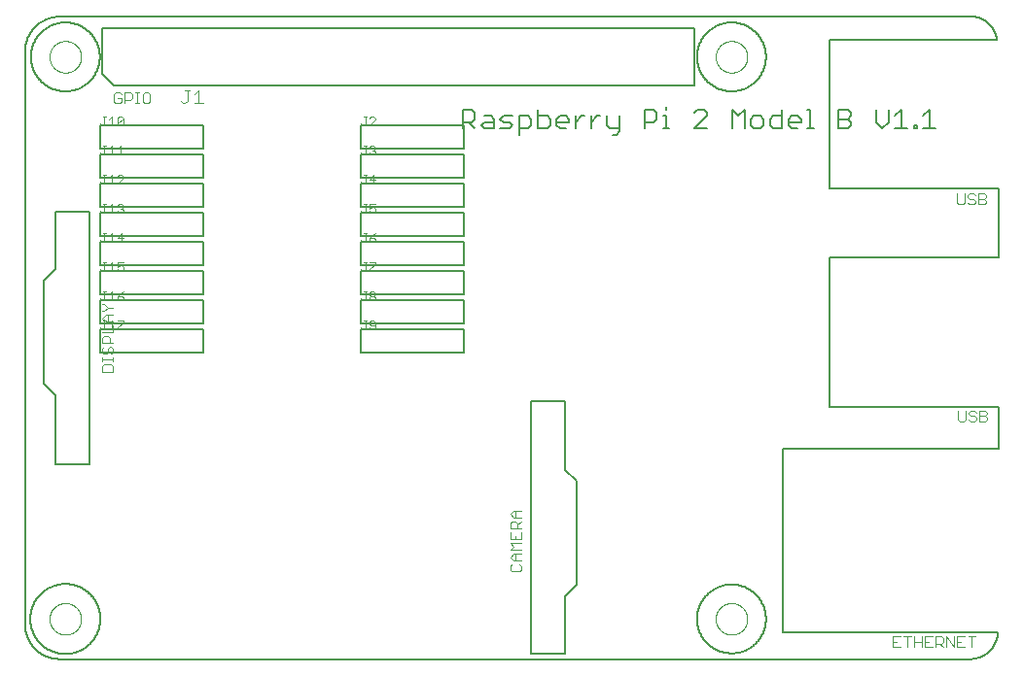
<source format=gto>
G75*
%MOIN*%
%OFA0B0*%
%FSLAX25Y25*%
%IPPOS*%
%LPD*%
%AMOC8*
5,1,8,0,0,1.08239X$1,22.5*
%
%ADD10C,0.00500*%
%ADD11C,0.00000*%
%ADD12C,0.00300*%
%ADD13C,0.00600*%
%ADD14C,0.00400*%
D10*
X0016811Y0005000D02*
X0327835Y0005000D01*
X0328073Y0004984D01*
X0328311Y0004974D01*
X0328550Y0004969D01*
X0328788Y0004970D01*
X0329027Y0004977D01*
X0329265Y0004990D01*
X0329503Y0005008D01*
X0329740Y0005033D01*
X0329977Y0005062D01*
X0330213Y0005098D01*
X0330448Y0005139D01*
X0330682Y0005186D01*
X0330915Y0005239D01*
X0331146Y0005297D01*
X0331376Y0005361D01*
X0331604Y0005430D01*
X0331831Y0005505D01*
X0332056Y0005585D01*
X0332278Y0005671D01*
X0332499Y0005762D01*
X0332717Y0005858D01*
X0332933Y0005960D01*
X0333146Y0006067D01*
X0333357Y0006178D01*
X0333565Y0006295D01*
X0333770Y0006417D01*
X0333972Y0006544D01*
X0334171Y0006676D01*
X0334367Y0006812D01*
X0334559Y0006954D01*
X0334748Y0007099D01*
X0334934Y0007250D01*
X0335115Y0007404D01*
X0335293Y0007563D01*
X0335467Y0007727D01*
X0335637Y0007894D01*
X0335803Y0008066D01*
X0335965Y0008241D01*
X0336122Y0008421D01*
X0336275Y0008604D01*
X0336423Y0008791D01*
X0336567Y0008981D01*
X0336707Y0009175D01*
X0336841Y0009372D01*
X0336971Y0009572D01*
X0337096Y0009775D01*
X0337216Y0009981D01*
X0337331Y0010190D01*
X0337441Y0010402D01*
X0337546Y0010617D01*
X0337645Y0010833D01*
X0337740Y0011053D01*
X0337828Y0011274D01*
X0337912Y0011498D01*
X0337990Y0011723D01*
X0338063Y0011950D01*
X0338130Y0012179D01*
X0338191Y0012410D01*
X0338247Y0012642D01*
X0338298Y0012875D01*
X0338343Y0013109D01*
X0338382Y0013345D01*
X0338415Y0013581D01*
X0338443Y0013818D01*
X0338465Y0014056D01*
X0338465Y0014055D02*
X0264843Y0014055D01*
X0264843Y0077047D01*
X0338858Y0077047D01*
X0338858Y0091614D01*
X0280591Y0091614D01*
X0280591Y0142795D01*
X0338858Y0142795D01*
X0338858Y0166417D01*
X0280591Y0166417D01*
X0280591Y0217598D01*
X0338071Y0217598D01*
X0338040Y0217820D01*
X0338002Y0218041D01*
X0337960Y0218261D01*
X0337912Y0218480D01*
X0337859Y0218698D01*
X0337800Y0218914D01*
X0337736Y0219129D01*
X0337667Y0219342D01*
X0337592Y0219553D01*
X0337513Y0219763D01*
X0337428Y0219971D01*
X0337339Y0220176D01*
X0337244Y0220379D01*
X0337144Y0220580D01*
X0337039Y0220778D01*
X0336930Y0220974D01*
X0336816Y0221166D01*
X0336697Y0221356D01*
X0336573Y0221543D01*
X0336445Y0221727D01*
X0336313Y0221908D01*
X0336176Y0222085D01*
X0336034Y0222259D01*
X0335889Y0222430D01*
X0335739Y0222597D01*
X0335586Y0222760D01*
X0335428Y0222919D01*
X0335267Y0223075D01*
X0335101Y0223226D01*
X0334932Y0223373D01*
X0334760Y0223516D01*
X0334584Y0223655D01*
X0334405Y0223790D01*
X0334222Y0223920D01*
X0334036Y0224045D01*
X0333848Y0224166D01*
X0333656Y0224282D01*
X0333462Y0224394D01*
X0333264Y0224501D01*
X0333065Y0224602D01*
X0332863Y0224699D01*
X0332658Y0224791D01*
X0332452Y0224878D01*
X0332243Y0224960D01*
X0332032Y0225036D01*
X0331820Y0225108D01*
X0331606Y0225174D01*
X0331390Y0225235D01*
X0331173Y0225291D01*
X0330955Y0225341D01*
X0330735Y0225386D01*
X0330514Y0225425D01*
X0330293Y0225459D01*
X0330071Y0225488D01*
X0329848Y0225511D01*
X0329624Y0225529D01*
X0329400Y0225541D01*
X0329176Y0225548D01*
X0328952Y0225549D01*
X0328728Y0225544D01*
X0328504Y0225535D01*
X0328281Y0225519D01*
X0328057Y0225499D01*
X0327835Y0225472D01*
X0016811Y0225472D01*
X0016526Y0225469D01*
X0016240Y0225458D01*
X0015955Y0225441D01*
X0015671Y0225417D01*
X0015387Y0225386D01*
X0015104Y0225348D01*
X0014823Y0225303D01*
X0014542Y0225252D01*
X0014262Y0225194D01*
X0013984Y0225129D01*
X0013708Y0225057D01*
X0013434Y0224979D01*
X0013161Y0224894D01*
X0012891Y0224802D01*
X0012623Y0224704D01*
X0012357Y0224600D01*
X0012094Y0224489D01*
X0011834Y0224372D01*
X0011576Y0224249D01*
X0011322Y0224119D01*
X0011071Y0223983D01*
X0010823Y0223842D01*
X0010579Y0223694D01*
X0010338Y0223541D01*
X0010102Y0223381D01*
X0009869Y0223216D01*
X0009640Y0223046D01*
X0009415Y0222870D01*
X0009195Y0222688D01*
X0008979Y0222502D01*
X0008768Y0222310D01*
X0008561Y0222113D01*
X0008359Y0221911D01*
X0008162Y0221704D01*
X0007970Y0221493D01*
X0007784Y0221277D01*
X0007602Y0221057D01*
X0007426Y0220832D01*
X0007256Y0220603D01*
X0007091Y0220370D01*
X0006931Y0220134D01*
X0006778Y0219893D01*
X0006630Y0219649D01*
X0006489Y0219401D01*
X0006353Y0219150D01*
X0006223Y0218896D01*
X0006100Y0218638D01*
X0005983Y0218378D01*
X0005872Y0218115D01*
X0005768Y0217849D01*
X0005670Y0217581D01*
X0005578Y0217311D01*
X0005493Y0217038D01*
X0005415Y0216764D01*
X0005343Y0216488D01*
X0005278Y0216210D01*
X0005220Y0215930D01*
X0005169Y0215649D01*
X0005124Y0215368D01*
X0005086Y0215085D01*
X0005055Y0214801D01*
X0005031Y0214517D01*
X0005014Y0214232D01*
X0005003Y0213946D01*
X0005000Y0213661D01*
X0005000Y0016811D01*
X0005003Y0016526D01*
X0005014Y0016240D01*
X0005031Y0015955D01*
X0005055Y0015671D01*
X0005086Y0015387D01*
X0005124Y0015104D01*
X0005169Y0014823D01*
X0005220Y0014542D01*
X0005278Y0014262D01*
X0005343Y0013984D01*
X0005415Y0013708D01*
X0005493Y0013434D01*
X0005578Y0013161D01*
X0005670Y0012891D01*
X0005768Y0012623D01*
X0005872Y0012357D01*
X0005983Y0012094D01*
X0006100Y0011834D01*
X0006223Y0011576D01*
X0006353Y0011322D01*
X0006489Y0011071D01*
X0006630Y0010823D01*
X0006778Y0010579D01*
X0006931Y0010338D01*
X0007091Y0010102D01*
X0007256Y0009869D01*
X0007426Y0009640D01*
X0007602Y0009415D01*
X0007784Y0009195D01*
X0007970Y0008979D01*
X0008162Y0008768D01*
X0008359Y0008561D01*
X0008561Y0008359D01*
X0008768Y0008162D01*
X0008979Y0007970D01*
X0009195Y0007784D01*
X0009415Y0007602D01*
X0009640Y0007426D01*
X0009869Y0007256D01*
X0010102Y0007091D01*
X0010338Y0006931D01*
X0010579Y0006778D01*
X0010823Y0006630D01*
X0011071Y0006489D01*
X0011322Y0006353D01*
X0011576Y0006223D01*
X0011834Y0006100D01*
X0012094Y0005983D01*
X0012357Y0005872D01*
X0012623Y0005768D01*
X0012891Y0005670D01*
X0013161Y0005578D01*
X0013434Y0005493D01*
X0013708Y0005415D01*
X0013984Y0005343D01*
X0014262Y0005278D01*
X0014542Y0005220D01*
X0014823Y0005169D01*
X0015104Y0005124D01*
X0015387Y0005086D01*
X0015671Y0005055D01*
X0015955Y0005031D01*
X0016240Y0005014D01*
X0016526Y0005003D01*
X0016811Y0005000D01*
X0006780Y0018780D02*
X0006784Y0019074D01*
X0006794Y0019369D01*
X0006813Y0019663D01*
X0006838Y0019956D01*
X0006870Y0020249D01*
X0006910Y0020541D01*
X0006957Y0020832D01*
X0007011Y0021121D01*
X0007072Y0021409D01*
X0007140Y0021696D01*
X0007215Y0021981D01*
X0007297Y0022263D01*
X0007386Y0022544D01*
X0007481Y0022823D01*
X0007584Y0023099D01*
X0007693Y0023372D01*
X0007809Y0023643D01*
X0007932Y0023911D01*
X0008061Y0024175D01*
X0008197Y0024437D01*
X0008339Y0024695D01*
X0008487Y0024949D01*
X0008642Y0025200D01*
X0008802Y0025447D01*
X0008969Y0025690D01*
X0009142Y0025928D01*
X0009320Y0026163D01*
X0009504Y0026393D01*
X0009693Y0026618D01*
X0009889Y0026839D01*
X0010089Y0027054D01*
X0010295Y0027265D01*
X0010506Y0027471D01*
X0010721Y0027671D01*
X0010942Y0027867D01*
X0011167Y0028056D01*
X0011397Y0028240D01*
X0011632Y0028418D01*
X0011870Y0028591D01*
X0012113Y0028758D01*
X0012360Y0028918D01*
X0012611Y0029073D01*
X0012865Y0029221D01*
X0013123Y0029363D01*
X0013385Y0029499D01*
X0013649Y0029628D01*
X0013917Y0029751D01*
X0014188Y0029867D01*
X0014461Y0029976D01*
X0014737Y0030079D01*
X0015016Y0030174D01*
X0015297Y0030263D01*
X0015579Y0030345D01*
X0015864Y0030420D01*
X0016151Y0030488D01*
X0016439Y0030549D01*
X0016728Y0030603D01*
X0017019Y0030650D01*
X0017311Y0030690D01*
X0017604Y0030722D01*
X0017897Y0030747D01*
X0018191Y0030766D01*
X0018486Y0030776D01*
X0018780Y0030780D01*
X0019074Y0030776D01*
X0019369Y0030766D01*
X0019663Y0030747D01*
X0019956Y0030722D01*
X0020249Y0030690D01*
X0020541Y0030650D01*
X0020832Y0030603D01*
X0021121Y0030549D01*
X0021409Y0030488D01*
X0021696Y0030420D01*
X0021981Y0030345D01*
X0022263Y0030263D01*
X0022544Y0030174D01*
X0022823Y0030079D01*
X0023099Y0029976D01*
X0023372Y0029867D01*
X0023643Y0029751D01*
X0023911Y0029628D01*
X0024175Y0029499D01*
X0024437Y0029363D01*
X0024695Y0029221D01*
X0024949Y0029073D01*
X0025200Y0028918D01*
X0025447Y0028758D01*
X0025690Y0028591D01*
X0025928Y0028418D01*
X0026163Y0028240D01*
X0026393Y0028056D01*
X0026618Y0027867D01*
X0026839Y0027671D01*
X0027054Y0027471D01*
X0027265Y0027265D01*
X0027471Y0027054D01*
X0027671Y0026839D01*
X0027867Y0026618D01*
X0028056Y0026393D01*
X0028240Y0026163D01*
X0028418Y0025928D01*
X0028591Y0025690D01*
X0028758Y0025447D01*
X0028918Y0025200D01*
X0029073Y0024949D01*
X0029221Y0024695D01*
X0029363Y0024437D01*
X0029499Y0024175D01*
X0029628Y0023911D01*
X0029751Y0023643D01*
X0029867Y0023372D01*
X0029976Y0023099D01*
X0030079Y0022823D01*
X0030174Y0022544D01*
X0030263Y0022263D01*
X0030345Y0021981D01*
X0030420Y0021696D01*
X0030488Y0021409D01*
X0030549Y0021121D01*
X0030603Y0020832D01*
X0030650Y0020541D01*
X0030690Y0020249D01*
X0030722Y0019956D01*
X0030747Y0019663D01*
X0030766Y0019369D01*
X0030776Y0019074D01*
X0030780Y0018780D01*
X0030776Y0018486D01*
X0030766Y0018191D01*
X0030747Y0017897D01*
X0030722Y0017604D01*
X0030690Y0017311D01*
X0030650Y0017019D01*
X0030603Y0016728D01*
X0030549Y0016439D01*
X0030488Y0016151D01*
X0030420Y0015864D01*
X0030345Y0015579D01*
X0030263Y0015297D01*
X0030174Y0015016D01*
X0030079Y0014737D01*
X0029976Y0014461D01*
X0029867Y0014188D01*
X0029751Y0013917D01*
X0029628Y0013649D01*
X0029499Y0013385D01*
X0029363Y0013123D01*
X0029221Y0012865D01*
X0029073Y0012611D01*
X0028918Y0012360D01*
X0028758Y0012113D01*
X0028591Y0011870D01*
X0028418Y0011632D01*
X0028240Y0011397D01*
X0028056Y0011167D01*
X0027867Y0010942D01*
X0027671Y0010721D01*
X0027471Y0010506D01*
X0027265Y0010295D01*
X0027054Y0010089D01*
X0026839Y0009889D01*
X0026618Y0009693D01*
X0026393Y0009504D01*
X0026163Y0009320D01*
X0025928Y0009142D01*
X0025690Y0008969D01*
X0025447Y0008802D01*
X0025200Y0008642D01*
X0024949Y0008487D01*
X0024695Y0008339D01*
X0024437Y0008197D01*
X0024175Y0008061D01*
X0023911Y0007932D01*
X0023643Y0007809D01*
X0023372Y0007693D01*
X0023099Y0007584D01*
X0022823Y0007481D01*
X0022544Y0007386D01*
X0022263Y0007297D01*
X0021981Y0007215D01*
X0021696Y0007140D01*
X0021409Y0007072D01*
X0021121Y0007011D01*
X0020832Y0006957D01*
X0020541Y0006910D01*
X0020249Y0006870D01*
X0019956Y0006838D01*
X0019663Y0006813D01*
X0019369Y0006794D01*
X0019074Y0006784D01*
X0018780Y0006780D01*
X0018486Y0006784D01*
X0018191Y0006794D01*
X0017897Y0006813D01*
X0017604Y0006838D01*
X0017311Y0006870D01*
X0017019Y0006910D01*
X0016728Y0006957D01*
X0016439Y0007011D01*
X0016151Y0007072D01*
X0015864Y0007140D01*
X0015579Y0007215D01*
X0015297Y0007297D01*
X0015016Y0007386D01*
X0014737Y0007481D01*
X0014461Y0007584D01*
X0014188Y0007693D01*
X0013917Y0007809D01*
X0013649Y0007932D01*
X0013385Y0008061D01*
X0013123Y0008197D01*
X0012865Y0008339D01*
X0012611Y0008487D01*
X0012360Y0008642D01*
X0012113Y0008802D01*
X0011870Y0008969D01*
X0011632Y0009142D01*
X0011397Y0009320D01*
X0011167Y0009504D01*
X0010942Y0009693D01*
X0010721Y0009889D01*
X0010506Y0010089D01*
X0010295Y0010295D01*
X0010089Y0010506D01*
X0009889Y0010721D01*
X0009693Y0010942D01*
X0009504Y0011167D01*
X0009320Y0011397D01*
X0009142Y0011632D01*
X0008969Y0011870D01*
X0008802Y0012113D01*
X0008642Y0012360D01*
X0008487Y0012611D01*
X0008339Y0012865D01*
X0008197Y0013123D01*
X0008061Y0013385D01*
X0007932Y0013649D01*
X0007809Y0013917D01*
X0007693Y0014188D01*
X0007584Y0014461D01*
X0007481Y0014737D01*
X0007386Y0015016D01*
X0007297Y0015297D01*
X0007215Y0015579D01*
X0007140Y0015864D01*
X0007072Y0016151D01*
X0007011Y0016439D01*
X0006957Y0016728D01*
X0006910Y0017019D01*
X0006870Y0017311D01*
X0006838Y0017604D01*
X0006813Y0017897D01*
X0006794Y0018191D01*
X0006784Y0018486D01*
X0006780Y0018780D01*
X0015236Y0071929D02*
X0015236Y0095551D01*
X0011299Y0099488D01*
X0011299Y0134921D01*
X0015236Y0138858D01*
X0015236Y0158543D01*
X0027047Y0158543D01*
X0027047Y0071929D01*
X0015236Y0071929D01*
X0030591Y0110197D02*
X0066024Y0110197D01*
X0066024Y0118071D01*
X0030591Y0118071D01*
X0030591Y0110197D01*
X0030591Y0120197D02*
X0066024Y0120197D01*
X0066024Y0128071D01*
X0030591Y0128071D01*
X0030591Y0120197D01*
X0030591Y0130197D02*
X0066024Y0130197D01*
X0066024Y0138071D01*
X0030591Y0138071D01*
X0030591Y0130197D01*
X0030591Y0140197D02*
X0066024Y0140197D01*
X0066024Y0148071D01*
X0030591Y0148071D01*
X0030591Y0140197D01*
X0030591Y0150197D02*
X0066024Y0150197D01*
X0066024Y0158071D01*
X0030591Y0158071D01*
X0030591Y0150197D01*
X0030591Y0160197D02*
X0066024Y0160197D01*
X0066024Y0168071D01*
X0030591Y0168071D01*
X0030591Y0160197D01*
X0030591Y0170197D02*
X0066024Y0170197D01*
X0066024Y0178071D01*
X0030591Y0178071D01*
X0030591Y0170197D01*
X0030591Y0180197D02*
X0066024Y0180197D01*
X0066024Y0188071D01*
X0030591Y0188071D01*
X0030591Y0180197D01*
X0035469Y0201857D02*
X0234287Y0201857D01*
X0234287Y0221543D01*
X0031531Y0221543D01*
X0031531Y0205794D01*
X0035469Y0201857D01*
X0006969Y0211693D02*
X0006973Y0211983D01*
X0006983Y0212273D01*
X0007001Y0212562D01*
X0007026Y0212851D01*
X0007058Y0213139D01*
X0007097Y0213426D01*
X0007143Y0213712D01*
X0007196Y0213997D01*
X0007256Y0214281D01*
X0007323Y0214563D01*
X0007397Y0214843D01*
X0007478Y0215122D01*
X0007565Y0215398D01*
X0007659Y0215672D01*
X0007760Y0215944D01*
X0007868Y0216213D01*
X0007982Y0216479D01*
X0008103Y0216743D01*
X0008230Y0217003D01*
X0008364Y0217261D01*
X0008503Y0217515D01*
X0008649Y0217765D01*
X0008801Y0218012D01*
X0008960Y0218255D01*
X0009124Y0218494D01*
X0009293Y0218729D01*
X0009469Y0218960D01*
X0009650Y0219186D01*
X0009837Y0219408D01*
X0010029Y0219625D01*
X0010226Y0219837D01*
X0010428Y0220045D01*
X0010636Y0220247D01*
X0010848Y0220444D01*
X0011065Y0220636D01*
X0011287Y0220823D01*
X0011513Y0221004D01*
X0011744Y0221180D01*
X0011979Y0221349D01*
X0012218Y0221513D01*
X0012461Y0221672D01*
X0012708Y0221824D01*
X0012958Y0221970D01*
X0013212Y0222109D01*
X0013470Y0222243D01*
X0013730Y0222370D01*
X0013994Y0222491D01*
X0014260Y0222605D01*
X0014529Y0222713D01*
X0014801Y0222814D01*
X0015075Y0222908D01*
X0015351Y0222995D01*
X0015630Y0223076D01*
X0015910Y0223150D01*
X0016192Y0223217D01*
X0016476Y0223277D01*
X0016761Y0223330D01*
X0017047Y0223376D01*
X0017334Y0223415D01*
X0017622Y0223447D01*
X0017911Y0223472D01*
X0018200Y0223490D01*
X0018490Y0223500D01*
X0018780Y0223504D01*
X0019070Y0223500D01*
X0019360Y0223490D01*
X0019649Y0223472D01*
X0019938Y0223447D01*
X0020226Y0223415D01*
X0020513Y0223376D01*
X0020799Y0223330D01*
X0021084Y0223277D01*
X0021368Y0223217D01*
X0021650Y0223150D01*
X0021930Y0223076D01*
X0022209Y0222995D01*
X0022485Y0222908D01*
X0022759Y0222814D01*
X0023031Y0222713D01*
X0023300Y0222605D01*
X0023566Y0222491D01*
X0023830Y0222370D01*
X0024090Y0222243D01*
X0024348Y0222109D01*
X0024602Y0221970D01*
X0024852Y0221824D01*
X0025099Y0221672D01*
X0025342Y0221513D01*
X0025581Y0221349D01*
X0025816Y0221180D01*
X0026047Y0221004D01*
X0026273Y0220823D01*
X0026495Y0220636D01*
X0026712Y0220444D01*
X0026924Y0220247D01*
X0027132Y0220045D01*
X0027334Y0219837D01*
X0027531Y0219625D01*
X0027723Y0219408D01*
X0027910Y0219186D01*
X0028091Y0218960D01*
X0028267Y0218729D01*
X0028436Y0218494D01*
X0028600Y0218255D01*
X0028759Y0218012D01*
X0028911Y0217765D01*
X0029057Y0217515D01*
X0029196Y0217261D01*
X0029330Y0217003D01*
X0029457Y0216743D01*
X0029578Y0216479D01*
X0029692Y0216213D01*
X0029800Y0215944D01*
X0029901Y0215672D01*
X0029995Y0215398D01*
X0030082Y0215122D01*
X0030163Y0214843D01*
X0030237Y0214563D01*
X0030304Y0214281D01*
X0030364Y0213997D01*
X0030417Y0213712D01*
X0030463Y0213426D01*
X0030502Y0213139D01*
X0030534Y0212851D01*
X0030559Y0212562D01*
X0030577Y0212273D01*
X0030587Y0211983D01*
X0030591Y0211693D01*
X0030587Y0211403D01*
X0030577Y0211113D01*
X0030559Y0210824D01*
X0030534Y0210535D01*
X0030502Y0210247D01*
X0030463Y0209960D01*
X0030417Y0209674D01*
X0030364Y0209389D01*
X0030304Y0209105D01*
X0030237Y0208823D01*
X0030163Y0208543D01*
X0030082Y0208264D01*
X0029995Y0207988D01*
X0029901Y0207714D01*
X0029800Y0207442D01*
X0029692Y0207173D01*
X0029578Y0206907D01*
X0029457Y0206643D01*
X0029330Y0206383D01*
X0029196Y0206125D01*
X0029057Y0205871D01*
X0028911Y0205621D01*
X0028759Y0205374D01*
X0028600Y0205131D01*
X0028436Y0204892D01*
X0028267Y0204657D01*
X0028091Y0204426D01*
X0027910Y0204200D01*
X0027723Y0203978D01*
X0027531Y0203761D01*
X0027334Y0203549D01*
X0027132Y0203341D01*
X0026924Y0203139D01*
X0026712Y0202942D01*
X0026495Y0202750D01*
X0026273Y0202563D01*
X0026047Y0202382D01*
X0025816Y0202206D01*
X0025581Y0202037D01*
X0025342Y0201873D01*
X0025099Y0201714D01*
X0024852Y0201562D01*
X0024602Y0201416D01*
X0024348Y0201277D01*
X0024090Y0201143D01*
X0023830Y0201016D01*
X0023566Y0200895D01*
X0023300Y0200781D01*
X0023031Y0200673D01*
X0022759Y0200572D01*
X0022485Y0200478D01*
X0022209Y0200391D01*
X0021930Y0200310D01*
X0021650Y0200236D01*
X0021368Y0200169D01*
X0021084Y0200109D01*
X0020799Y0200056D01*
X0020513Y0200010D01*
X0020226Y0199971D01*
X0019938Y0199939D01*
X0019649Y0199914D01*
X0019360Y0199896D01*
X0019070Y0199886D01*
X0018780Y0199882D01*
X0018490Y0199886D01*
X0018200Y0199896D01*
X0017911Y0199914D01*
X0017622Y0199939D01*
X0017334Y0199971D01*
X0017047Y0200010D01*
X0016761Y0200056D01*
X0016476Y0200109D01*
X0016192Y0200169D01*
X0015910Y0200236D01*
X0015630Y0200310D01*
X0015351Y0200391D01*
X0015075Y0200478D01*
X0014801Y0200572D01*
X0014529Y0200673D01*
X0014260Y0200781D01*
X0013994Y0200895D01*
X0013730Y0201016D01*
X0013470Y0201143D01*
X0013212Y0201277D01*
X0012958Y0201416D01*
X0012708Y0201562D01*
X0012461Y0201714D01*
X0012218Y0201873D01*
X0011979Y0202037D01*
X0011744Y0202206D01*
X0011513Y0202382D01*
X0011287Y0202563D01*
X0011065Y0202750D01*
X0010848Y0202942D01*
X0010636Y0203139D01*
X0010428Y0203341D01*
X0010226Y0203549D01*
X0010029Y0203761D01*
X0009837Y0203978D01*
X0009650Y0204200D01*
X0009469Y0204426D01*
X0009293Y0204657D01*
X0009124Y0204892D01*
X0008960Y0205131D01*
X0008801Y0205374D01*
X0008649Y0205621D01*
X0008503Y0205871D01*
X0008364Y0206125D01*
X0008230Y0206383D01*
X0008103Y0206643D01*
X0007982Y0206907D01*
X0007868Y0207173D01*
X0007760Y0207442D01*
X0007659Y0207714D01*
X0007565Y0207988D01*
X0007478Y0208264D01*
X0007397Y0208543D01*
X0007323Y0208823D01*
X0007256Y0209105D01*
X0007196Y0209389D01*
X0007143Y0209674D01*
X0007097Y0209960D01*
X0007058Y0210247D01*
X0007026Y0210535D01*
X0007001Y0210824D01*
X0006983Y0211113D01*
X0006973Y0211403D01*
X0006969Y0211693D01*
X0119961Y0188071D02*
X0119961Y0180197D01*
X0155394Y0180197D01*
X0155394Y0188071D01*
X0119961Y0188071D01*
X0119961Y0178071D02*
X0155394Y0178071D01*
X0155394Y0170197D01*
X0119961Y0170197D01*
X0119961Y0178071D01*
X0119961Y0168071D02*
X0155394Y0168071D01*
X0155394Y0160197D01*
X0119961Y0160197D01*
X0119961Y0168071D01*
X0119961Y0158071D02*
X0155394Y0158071D01*
X0155394Y0150197D01*
X0119961Y0150197D01*
X0119961Y0158071D01*
X0119961Y0148071D02*
X0155394Y0148071D01*
X0155394Y0140197D01*
X0119961Y0140197D01*
X0119961Y0148071D01*
X0119961Y0138071D02*
X0155394Y0138071D01*
X0155394Y0130197D01*
X0119961Y0130197D01*
X0119961Y0138071D01*
X0119961Y0128071D02*
X0155394Y0128071D01*
X0155394Y0120197D01*
X0119961Y0120197D01*
X0119961Y0128071D01*
X0119961Y0118071D02*
X0155394Y0118071D01*
X0155394Y0110197D01*
X0119961Y0110197D01*
X0119961Y0118071D01*
X0178228Y0093583D02*
X0190039Y0093583D01*
X0190039Y0069961D01*
X0193976Y0066024D01*
X0193976Y0030591D01*
X0190039Y0026654D01*
X0190039Y0006969D01*
X0178228Y0006969D01*
X0178228Y0093583D01*
X0235315Y0018780D02*
X0235319Y0019070D01*
X0235329Y0019360D01*
X0235347Y0019649D01*
X0235372Y0019938D01*
X0235404Y0020226D01*
X0235443Y0020513D01*
X0235489Y0020799D01*
X0235542Y0021084D01*
X0235602Y0021368D01*
X0235669Y0021650D01*
X0235743Y0021930D01*
X0235824Y0022209D01*
X0235911Y0022485D01*
X0236005Y0022759D01*
X0236106Y0023031D01*
X0236214Y0023300D01*
X0236328Y0023566D01*
X0236449Y0023830D01*
X0236576Y0024090D01*
X0236710Y0024348D01*
X0236849Y0024602D01*
X0236995Y0024852D01*
X0237147Y0025099D01*
X0237306Y0025342D01*
X0237470Y0025581D01*
X0237639Y0025816D01*
X0237815Y0026047D01*
X0237996Y0026273D01*
X0238183Y0026495D01*
X0238375Y0026712D01*
X0238572Y0026924D01*
X0238774Y0027132D01*
X0238982Y0027334D01*
X0239194Y0027531D01*
X0239411Y0027723D01*
X0239633Y0027910D01*
X0239859Y0028091D01*
X0240090Y0028267D01*
X0240325Y0028436D01*
X0240564Y0028600D01*
X0240807Y0028759D01*
X0241054Y0028911D01*
X0241304Y0029057D01*
X0241558Y0029196D01*
X0241816Y0029330D01*
X0242076Y0029457D01*
X0242340Y0029578D01*
X0242606Y0029692D01*
X0242875Y0029800D01*
X0243147Y0029901D01*
X0243421Y0029995D01*
X0243697Y0030082D01*
X0243976Y0030163D01*
X0244256Y0030237D01*
X0244538Y0030304D01*
X0244822Y0030364D01*
X0245107Y0030417D01*
X0245393Y0030463D01*
X0245680Y0030502D01*
X0245968Y0030534D01*
X0246257Y0030559D01*
X0246546Y0030577D01*
X0246836Y0030587D01*
X0247126Y0030591D01*
X0247416Y0030587D01*
X0247706Y0030577D01*
X0247995Y0030559D01*
X0248284Y0030534D01*
X0248572Y0030502D01*
X0248859Y0030463D01*
X0249145Y0030417D01*
X0249430Y0030364D01*
X0249714Y0030304D01*
X0249996Y0030237D01*
X0250276Y0030163D01*
X0250555Y0030082D01*
X0250831Y0029995D01*
X0251105Y0029901D01*
X0251377Y0029800D01*
X0251646Y0029692D01*
X0251912Y0029578D01*
X0252176Y0029457D01*
X0252436Y0029330D01*
X0252694Y0029196D01*
X0252948Y0029057D01*
X0253198Y0028911D01*
X0253445Y0028759D01*
X0253688Y0028600D01*
X0253927Y0028436D01*
X0254162Y0028267D01*
X0254393Y0028091D01*
X0254619Y0027910D01*
X0254841Y0027723D01*
X0255058Y0027531D01*
X0255270Y0027334D01*
X0255478Y0027132D01*
X0255680Y0026924D01*
X0255877Y0026712D01*
X0256069Y0026495D01*
X0256256Y0026273D01*
X0256437Y0026047D01*
X0256613Y0025816D01*
X0256782Y0025581D01*
X0256946Y0025342D01*
X0257105Y0025099D01*
X0257257Y0024852D01*
X0257403Y0024602D01*
X0257542Y0024348D01*
X0257676Y0024090D01*
X0257803Y0023830D01*
X0257924Y0023566D01*
X0258038Y0023300D01*
X0258146Y0023031D01*
X0258247Y0022759D01*
X0258341Y0022485D01*
X0258428Y0022209D01*
X0258509Y0021930D01*
X0258583Y0021650D01*
X0258650Y0021368D01*
X0258710Y0021084D01*
X0258763Y0020799D01*
X0258809Y0020513D01*
X0258848Y0020226D01*
X0258880Y0019938D01*
X0258905Y0019649D01*
X0258923Y0019360D01*
X0258933Y0019070D01*
X0258937Y0018780D01*
X0258933Y0018490D01*
X0258923Y0018200D01*
X0258905Y0017911D01*
X0258880Y0017622D01*
X0258848Y0017334D01*
X0258809Y0017047D01*
X0258763Y0016761D01*
X0258710Y0016476D01*
X0258650Y0016192D01*
X0258583Y0015910D01*
X0258509Y0015630D01*
X0258428Y0015351D01*
X0258341Y0015075D01*
X0258247Y0014801D01*
X0258146Y0014529D01*
X0258038Y0014260D01*
X0257924Y0013994D01*
X0257803Y0013730D01*
X0257676Y0013470D01*
X0257542Y0013212D01*
X0257403Y0012958D01*
X0257257Y0012708D01*
X0257105Y0012461D01*
X0256946Y0012218D01*
X0256782Y0011979D01*
X0256613Y0011744D01*
X0256437Y0011513D01*
X0256256Y0011287D01*
X0256069Y0011065D01*
X0255877Y0010848D01*
X0255680Y0010636D01*
X0255478Y0010428D01*
X0255270Y0010226D01*
X0255058Y0010029D01*
X0254841Y0009837D01*
X0254619Y0009650D01*
X0254393Y0009469D01*
X0254162Y0009293D01*
X0253927Y0009124D01*
X0253688Y0008960D01*
X0253445Y0008801D01*
X0253198Y0008649D01*
X0252948Y0008503D01*
X0252694Y0008364D01*
X0252436Y0008230D01*
X0252176Y0008103D01*
X0251912Y0007982D01*
X0251646Y0007868D01*
X0251377Y0007760D01*
X0251105Y0007659D01*
X0250831Y0007565D01*
X0250555Y0007478D01*
X0250276Y0007397D01*
X0249996Y0007323D01*
X0249714Y0007256D01*
X0249430Y0007196D01*
X0249145Y0007143D01*
X0248859Y0007097D01*
X0248572Y0007058D01*
X0248284Y0007026D01*
X0247995Y0007001D01*
X0247706Y0006983D01*
X0247416Y0006973D01*
X0247126Y0006969D01*
X0246836Y0006973D01*
X0246546Y0006983D01*
X0246257Y0007001D01*
X0245968Y0007026D01*
X0245680Y0007058D01*
X0245393Y0007097D01*
X0245107Y0007143D01*
X0244822Y0007196D01*
X0244538Y0007256D01*
X0244256Y0007323D01*
X0243976Y0007397D01*
X0243697Y0007478D01*
X0243421Y0007565D01*
X0243147Y0007659D01*
X0242875Y0007760D01*
X0242606Y0007868D01*
X0242340Y0007982D01*
X0242076Y0008103D01*
X0241816Y0008230D01*
X0241558Y0008364D01*
X0241304Y0008503D01*
X0241054Y0008649D01*
X0240807Y0008801D01*
X0240564Y0008960D01*
X0240325Y0009124D01*
X0240090Y0009293D01*
X0239859Y0009469D01*
X0239633Y0009650D01*
X0239411Y0009837D01*
X0239194Y0010029D01*
X0238982Y0010226D01*
X0238774Y0010428D01*
X0238572Y0010636D01*
X0238375Y0010848D01*
X0238183Y0011065D01*
X0237996Y0011287D01*
X0237815Y0011513D01*
X0237639Y0011744D01*
X0237470Y0011979D01*
X0237306Y0012218D01*
X0237147Y0012461D01*
X0236995Y0012708D01*
X0236849Y0012958D01*
X0236710Y0013212D01*
X0236576Y0013470D01*
X0236449Y0013730D01*
X0236328Y0013994D01*
X0236214Y0014260D01*
X0236106Y0014529D01*
X0236005Y0014801D01*
X0235911Y0015075D01*
X0235824Y0015351D01*
X0235743Y0015630D01*
X0235669Y0015910D01*
X0235602Y0016192D01*
X0235542Y0016476D01*
X0235489Y0016761D01*
X0235443Y0017047D01*
X0235404Y0017334D01*
X0235372Y0017622D01*
X0235347Y0017911D01*
X0235329Y0018200D01*
X0235319Y0018490D01*
X0235315Y0018780D01*
X0235315Y0211693D02*
X0235319Y0211983D01*
X0235329Y0212273D01*
X0235347Y0212562D01*
X0235372Y0212851D01*
X0235404Y0213139D01*
X0235443Y0213426D01*
X0235489Y0213712D01*
X0235542Y0213997D01*
X0235602Y0214281D01*
X0235669Y0214563D01*
X0235743Y0214843D01*
X0235824Y0215122D01*
X0235911Y0215398D01*
X0236005Y0215672D01*
X0236106Y0215944D01*
X0236214Y0216213D01*
X0236328Y0216479D01*
X0236449Y0216743D01*
X0236576Y0217003D01*
X0236710Y0217261D01*
X0236849Y0217515D01*
X0236995Y0217765D01*
X0237147Y0218012D01*
X0237306Y0218255D01*
X0237470Y0218494D01*
X0237639Y0218729D01*
X0237815Y0218960D01*
X0237996Y0219186D01*
X0238183Y0219408D01*
X0238375Y0219625D01*
X0238572Y0219837D01*
X0238774Y0220045D01*
X0238982Y0220247D01*
X0239194Y0220444D01*
X0239411Y0220636D01*
X0239633Y0220823D01*
X0239859Y0221004D01*
X0240090Y0221180D01*
X0240325Y0221349D01*
X0240564Y0221513D01*
X0240807Y0221672D01*
X0241054Y0221824D01*
X0241304Y0221970D01*
X0241558Y0222109D01*
X0241816Y0222243D01*
X0242076Y0222370D01*
X0242340Y0222491D01*
X0242606Y0222605D01*
X0242875Y0222713D01*
X0243147Y0222814D01*
X0243421Y0222908D01*
X0243697Y0222995D01*
X0243976Y0223076D01*
X0244256Y0223150D01*
X0244538Y0223217D01*
X0244822Y0223277D01*
X0245107Y0223330D01*
X0245393Y0223376D01*
X0245680Y0223415D01*
X0245968Y0223447D01*
X0246257Y0223472D01*
X0246546Y0223490D01*
X0246836Y0223500D01*
X0247126Y0223504D01*
X0247416Y0223500D01*
X0247706Y0223490D01*
X0247995Y0223472D01*
X0248284Y0223447D01*
X0248572Y0223415D01*
X0248859Y0223376D01*
X0249145Y0223330D01*
X0249430Y0223277D01*
X0249714Y0223217D01*
X0249996Y0223150D01*
X0250276Y0223076D01*
X0250555Y0222995D01*
X0250831Y0222908D01*
X0251105Y0222814D01*
X0251377Y0222713D01*
X0251646Y0222605D01*
X0251912Y0222491D01*
X0252176Y0222370D01*
X0252436Y0222243D01*
X0252694Y0222109D01*
X0252948Y0221970D01*
X0253198Y0221824D01*
X0253445Y0221672D01*
X0253688Y0221513D01*
X0253927Y0221349D01*
X0254162Y0221180D01*
X0254393Y0221004D01*
X0254619Y0220823D01*
X0254841Y0220636D01*
X0255058Y0220444D01*
X0255270Y0220247D01*
X0255478Y0220045D01*
X0255680Y0219837D01*
X0255877Y0219625D01*
X0256069Y0219408D01*
X0256256Y0219186D01*
X0256437Y0218960D01*
X0256613Y0218729D01*
X0256782Y0218494D01*
X0256946Y0218255D01*
X0257105Y0218012D01*
X0257257Y0217765D01*
X0257403Y0217515D01*
X0257542Y0217261D01*
X0257676Y0217003D01*
X0257803Y0216743D01*
X0257924Y0216479D01*
X0258038Y0216213D01*
X0258146Y0215944D01*
X0258247Y0215672D01*
X0258341Y0215398D01*
X0258428Y0215122D01*
X0258509Y0214843D01*
X0258583Y0214563D01*
X0258650Y0214281D01*
X0258710Y0213997D01*
X0258763Y0213712D01*
X0258809Y0213426D01*
X0258848Y0213139D01*
X0258880Y0212851D01*
X0258905Y0212562D01*
X0258923Y0212273D01*
X0258933Y0211983D01*
X0258937Y0211693D01*
X0258933Y0211403D01*
X0258923Y0211113D01*
X0258905Y0210824D01*
X0258880Y0210535D01*
X0258848Y0210247D01*
X0258809Y0209960D01*
X0258763Y0209674D01*
X0258710Y0209389D01*
X0258650Y0209105D01*
X0258583Y0208823D01*
X0258509Y0208543D01*
X0258428Y0208264D01*
X0258341Y0207988D01*
X0258247Y0207714D01*
X0258146Y0207442D01*
X0258038Y0207173D01*
X0257924Y0206907D01*
X0257803Y0206643D01*
X0257676Y0206383D01*
X0257542Y0206125D01*
X0257403Y0205871D01*
X0257257Y0205621D01*
X0257105Y0205374D01*
X0256946Y0205131D01*
X0256782Y0204892D01*
X0256613Y0204657D01*
X0256437Y0204426D01*
X0256256Y0204200D01*
X0256069Y0203978D01*
X0255877Y0203761D01*
X0255680Y0203549D01*
X0255478Y0203341D01*
X0255270Y0203139D01*
X0255058Y0202942D01*
X0254841Y0202750D01*
X0254619Y0202563D01*
X0254393Y0202382D01*
X0254162Y0202206D01*
X0253927Y0202037D01*
X0253688Y0201873D01*
X0253445Y0201714D01*
X0253198Y0201562D01*
X0252948Y0201416D01*
X0252694Y0201277D01*
X0252436Y0201143D01*
X0252176Y0201016D01*
X0251912Y0200895D01*
X0251646Y0200781D01*
X0251377Y0200673D01*
X0251105Y0200572D01*
X0250831Y0200478D01*
X0250555Y0200391D01*
X0250276Y0200310D01*
X0249996Y0200236D01*
X0249714Y0200169D01*
X0249430Y0200109D01*
X0249145Y0200056D01*
X0248859Y0200010D01*
X0248572Y0199971D01*
X0248284Y0199939D01*
X0247995Y0199914D01*
X0247706Y0199896D01*
X0247416Y0199886D01*
X0247126Y0199882D01*
X0246836Y0199886D01*
X0246546Y0199896D01*
X0246257Y0199914D01*
X0245968Y0199939D01*
X0245680Y0199971D01*
X0245393Y0200010D01*
X0245107Y0200056D01*
X0244822Y0200109D01*
X0244538Y0200169D01*
X0244256Y0200236D01*
X0243976Y0200310D01*
X0243697Y0200391D01*
X0243421Y0200478D01*
X0243147Y0200572D01*
X0242875Y0200673D01*
X0242606Y0200781D01*
X0242340Y0200895D01*
X0242076Y0201016D01*
X0241816Y0201143D01*
X0241558Y0201277D01*
X0241304Y0201416D01*
X0241054Y0201562D01*
X0240807Y0201714D01*
X0240564Y0201873D01*
X0240325Y0202037D01*
X0240090Y0202206D01*
X0239859Y0202382D01*
X0239633Y0202563D01*
X0239411Y0202750D01*
X0239194Y0202942D01*
X0238982Y0203139D01*
X0238774Y0203341D01*
X0238572Y0203549D01*
X0238375Y0203761D01*
X0238183Y0203978D01*
X0237996Y0204200D01*
X0237815Y0204426D01*
X0237639Y0204657D01*
X0237470Y0204892D01*
X0237306Y0205131D01*
X0237147Y0205374D01*
X0236995Y0205621D01*
X0236849Y0205871D01*
X0236710Y0206125D01*
X0236576Y0206383D01*
X0236449Y0206643D01*
X0236328Y0206907D01*
X0236214Y0207173D01*
X0236106Y0207442D01*
X0236005Y0207714D01*
X0235911Y0207988D01*
X0235824Y0208264D01*
X0235743Y0208543D01*
X0235669Y0208823D01*
X0235602Y0209105D01*
X0235542Y0209389D01*
X0235489Y0209674D01*
X0235443Y0209960D01*
X0235404Y0210247D01*
X0235372Y0210535D01*
X0235347Y0210824D01*
X0235329Y0211113D01*
X0235319Y0211403D01*
X0235315Y0211693D01*
D11*
X0241713Y0211693D02*
X0241715Y0211840D01*
X0241721Y0211986D01*
X0241731Y0212132D01*
X0241745Y0212278D01*
X0241763Y0212424D01*
X0241784Y0212569D01*
X0241810Y0212713D01*
X0241840Y0212857D01*
X0241873Y0212999D01*
X0241910Y0213141D01*
X0241951Y0213282D01*
X0241996Y0213421D01*
X0242045Y0213560D01*
X0242097Y0213697D01*
X0242154Y0213832D01*
X0242213Y0213966D01*
X0242277Y0214098D01*
X0242344Y0214228D01*
X0242414Y0214357D01*
X0242488Y0214484D01*
X0242565Y0214608D01*
X0242646Y0214731D01*
X0242730Y0214851D01*
X0242817Y0214969D01*
X0242907Y0215084D01*
X0243000Y0215197D01*
X0243097Y0215308D01*
X0243196Y0215416D01*
X0243298Y0215521D01*
X0243403Y0215623D01*
X0243511Y0215722D01*
X0243622Y0215819D01*
X0243735Y0215912D01*
X0243850Y0216002D01*
X0243968Y0216089D01*
X0244088Y0216173D01*
X0244211Y0216254D01*
X0244335Y0216331D01*
X0244462Y0216405D01*
X0244591Y0216475D01*
X0244721Y0216542D01*
X0244853Y0216606D01*
X0244987Y0216665D01*
X0245122Y0216722D01*
X0245259Y0216774D01*
X0245398Y0216823D01*
X0245537Y0216868D01*
X0245678Y0216909D01*
X0245820Y0216946D01*
X0245962Y0216979D01*
X0246106Y0217009D01*
X0246250Y0217035D01*
X0246395Y0217056D01*
X0246541Y0217074D01*
X0246687Y0217088D01*
X0246833Y0217098D01*
X0246979Y0217104D01*
X0247126Y0217106D01*
X0247273Y0217104D01*
X0247419Y0217098D01*
X0247565Y0217088D01*
X0247711Y0217074D01*
X0247857Y0217056D01*
X0248002Y0217035D01*
X0248146Y0217009D01*
X0248290Y0216979D01*
X0248432Y0216946D01*
X0248574Y0216909D01*
X0248715Y0216868D01*
X0248854Y0216823D01*
X0248993Y0216774D01*
X0249130Y0216722D01*
X0249265Y0216665D01*
X0249399Y0216606D01*
X0249531Y0216542D01*
X0249661Y0216475D01*
X0249790Y0216405D01*
X0249917Y0216331D01*
X0250041Y0216254D01*
X0250164Y0216173D01*
X0250284Y0216089D01*
X0250402Y0216002D01*
X0250517Y0215912D01*
X0250630Y0215819D01*
X0250741Y0215722D01*
X0250849Y0215623D01*
X0250954Y0215521D01*
X0251056Y0215416D01*
X0251155Y0215308D01*
X0251252Y0215197D01*
X0251345Y0215084D01*
X0251435Y0214969D01*
X0251522Y0214851D01*
X0251606Y0214731D01*
X0251687Y0214608D01*
X0251764Y0214484D01*
X0251838Y0214357D01*
X0251908Y0214228D01*
X0251975Y0214098D01*
X0252039Y0213966D01*
X0252098Y0213832D01*
X0252155Y0213697D01*
X0252207Y0213560D01*
X0252256Y0213421D01*
X0252301Y0213282D01*
X0252342Y0213141D01*
X0252379Y0212999D01*
X0252412Y0212857D01*
X0252442Y0212713D01*
X0252468Y0212569D01*
X0252489Y0212424D01*
X0252507Y0212278D01*
X0252521Y0212132D01*
X0252531Y0211986D01*
X0252537Y0211840D01*
X0252539Y0211693D01*
X0252537Y0211546D01*
X0252531Y0211400D01*
X0252521Y0211254D01*
X0252507Y0211108D01*
X0252489Y0210962D01*
X0252468Y0210817D01*
X0252442Y0210673D01*
X0252412Y0210529D01*
X0252379Y0210387D01*
X0252342Y0210245D01*
X0252301Y0210104D01*
X0252256Y0209965D01*
X0252207Y0209826D01*
X0252155Y0209689D01*
X0252098Y0209554D01*
X0252039Y0209420D01*
X0251975Y0209288D01*
X0251908Y0209158D01*
X0251838Y0209029D01*
X0251764Y0208902D01*
X0251687Y0208778D01*
X0251606Y0208655D01*
X0251522Y0208535D01*
X0251435Y0208417D01*
X0251345Y0208302D01*
X0251252Y0208189D01*
X0251155Y0208078D01*
X0251056Y0207970D01*
X0250954Y0207865D01*
X0250849Y0207763D01*
X0250741Y0207664D01*
X0250630Y0207567D01*
X0250517Y0207474D01*
X0250402Y0207384D01*
X0250284Y0207297D01*
X0250164Y0207213D01*
X0250041Y0207132D01*
X0249917Y0207055D01*
X0249790Y0206981D01*
X0249661Y0206911D01*
X0249531Y0206844D01*
X0249399Y0206780D01*
X0249265Y0206721D01*
X0249130Y0206664D01*
X0248993Y0206612D01*
X0248854Y0206563D01*
X0248715Y0206518D01*
X0248574Y0206477D01*
X0248432Y0206440D01*
X0248290Y0206407D01*
X0248146Y0206377D01*
X0248002Y0206351D01*
X0247857Y0206330D01*
X0247711Y0206312D01*
X0247565Y0206298D01*
X0247419Y0206288D01*
X0247273Y0206282D01*
X0247126Y0206280D01*
X0246979Y0206282D01*
X0246833Y0206288D01*
X0246687Y0206298D01*
X0246541Y0206312D01*
X0246395Y0206330D01*
X0246250Y0206351D01*
X0246106Y0206377D01*
X0245962Y0206407D01*
X0245820Y0206440D01*
X0245678Y0206477D01*
X0245537Y0206518D01*
X0245398Y0206563D01*
X0245259Y0206612D01*
X0245122Y0206664D01*
X0244987Y0206721D01*
X0244853Y0206780D01*
X0244721Y0206844D01*
X0244591Y0206911D01*
X0244462Y0206981D01*
X0244335Y0207055D01*
X0244211Y0207132D01*
X0244088Y0207213D01*
X0243968Y0207297D01*
X0243850Y0207384D01*
X0243735Y0207474D01*
X0243622Y0207567D01*
X0243511Y0207664D01*
X0243403Y0207763D01*
X0243298Y0207865D01*
X0243196Y0207970D01*
X0243097Y0208078D01*
X0243000Y0208189D01*
X0242907Y0208302D01*
X0242817Y0208417D01*
X0242730Y0208535D01*
X0242646Y0208655D01*
X0242565Y0208778D01*
X0242488Y0208902D01*
X0242414Y0209029D01*
X0242344Y0209158D01*
X0242277Y0209288D01*
X0242213Y0209420D01*
X0242154Y0209554D01*
X0242097Y0209689D01*
X0242045Y0209826D01*
X0241996Y0209965D01*
X0241951Y0210104D01*
X0241910Y0210245D01*
X0241873Y0210387D01*
X0241840Y0210529D01*
X0241810Y0210673D01*
X0241784Y0210817D01*
X0241763Y0210962D01*
X0241745Y0211108D01*
X0241731Y0211254D01*
X0241721Y0211400D01*
X0241715Y0211546D01*
X0241713Y0211693D01*
X0013367Y0211693D02*
X0013369Y0211840D01*
X0013375Y0211986D01*
X0013385Y0212132D01*
X0013399Y0212278D01*
X0013417Y0212424D01*
X0013438Y0212569D01*
X0013464Y0212713D01*
X0013494Y0212857D01*
X0013527Y0212999D01*
X0013564Y0213141D01*
X0013605Y0213282D01*
X0013650Y0213421D01*
X0013699Y0213560D01*
X0013751Y0213697D01*
X0013808Y0213832D01*
X0013867Y0213966D01*
X0013931Y0214098D01*
X0013998Y0214228D01*
X0014068Y0214357D01*
X0014142Y0214484D01*
X0014219Y0214608D01*
X0014300Y0214731D01*
X0014384Y0214851D01*
X0014471Y0214969D01*
X0014561Y0215084D01*
X0014654Y0215197D01*
X0014751Y0215308D01*
X0014850Y0215416D01*
X0014952Y0215521D01*
X0015057Y0215623D01*
X0015165Y0215722D01*
X0015276Y0215819D01*
X0015389Y0215912D01*
X0015504Y0216002D01*
X0015622Y0216089D01*
X0015742Y0216173D01*
X0015865Y0216254D01*
X0015989Y0216331D01*
X0016116Y0216405D01*
X0016245Y0216475D01*
X0016375Y0216542D01*
X0016507Y0216606D01*
X0016641Y0216665D01*
X0016776Y0216722D01*
X0016913Y0216774D01*
X0017052Y0216823D01*
X0017191Y0216868D01*
X0017332Y0216909D01*
X0017474Y0216946D01*
X0017616Y0216979D01*
X0017760Y0217009D01*
X0017904Y0217035D01*
X0018049Y0217056D01*
X0018195Y0217074D01*
X0018341Y0217088D01*
X0018487Y0217098D01*
X0018633Y0217104D01*
X0018780Y0217106D01*
X0018927Y0217104D01*
X0019073Y0217098D01*
X0019219Y0217088D01*
X0019365Y0217074D01*
X0019511Y0217056D01*
X0019656Y0217035D01*
X0019800Y0217009D01*
X0019944Y0216979D01*
X0020086Y0216946D01*
X0020228Y0216909D01*
X0020369Y0216868D01*
X0020508Y0216823D01*
X0020647Y0216774D01*
X0020784Y0216722D01*
X0020919Y0216665D01*
X0021053Y0216606D01*
X0021185Y0216542D01*
X0021315Y0216475D01*
X0021444Y0216405D01*
X0021571Y0216331D01*
X0021695Y0216254D01*
X0021818Y0216173D01*
X0021938Y0216089D01*
X0022056Y0216002D01*
X0022171Y0215912D01*
X0022284Y0215819D01*
X0022395Y0215722D01*
X0022503Y0215623D01*
X0022608Y0215521D01*
X0022710Y0215416D01*
X0022809Y0215308D01*
X0022906Y0215197D01*
X0022999Y0215084D01*
X0023089Y0214969D01*
X0023176Y0214851D01*
X0023260Y0214731D01*
X0023341Y0214608D01*
X0023418Y0214484D01*
X0023492Y0214357D01*
X0023562Y0214228D01*
X0023629Y0214098D01*
X0023693Y0213966D01*
X0023752Y0213832D01*
X0023809Y0213697D01*
X0023861Y0213560D01*
X0023910Y0213421D01*
X0023955Y0213282D01*
X0023996Y0213141D01*
X0024033Y0212999D01*
X0024066Y0212857D01*
X0024096Y0212713D01*
X0024122Y0212569D01*
X0024143Y0212424D01*
X0024161Y0212278D01*
X0024175Y0212132D01*
X0024185Y0211986D01*
X0024191Y0211840D01*
X0024193Y0211693D01*
X0024191Y0211546D01*
X0024185Y0211400D01*
X0024175Y0211254D01*
X0024161Y0211108D01*
X0024143Y0210962D01*
X0024122Y0210817D01*
X0024096Y0210673D01*
X0024066Y0210529D01*
X0024033Y0210387D01*
X0023996Y0210245D01*
X0023955Y0210104D01*
X0023910Y0209965D01*
X0023861Y0209826D01*
X0023809Y0209689D01*
X0023752Y0209554D01*
X0023693Y0209420D01*
X0023629Y0209288D01*
X0023562Y0209158D01*
X0023492Y0209029D01*
X0023418Y0208902D01*
X0023341Y0208778D01*
X0023260Y0208655D01*
X0023176Y0208535D01*
X0023089Y0208417D01*
X0022999Y0208302D01*
X0022906Y0208189D01*
X0022809Y0208078D01*
X0022710Y0207970D01*
X0022608Y0207865D01*
X0022503Y0207763D01*
X0022395Y0207664D01*
X0022284Y0207567D01*
X0022171Y0207474D01*
X0022056Y0207384D01*
X0021938Y0207297D01*
X0021818Y0207213D01*
X0021695Y0207132D01*
X0021571Y0207055D01*
X0021444Y0206981D01*
X0021315Y0206911D01*
X0021185Y0206844D01*
X0021053Y0206780D01*
X0020919Y0206721D01*
X0020784Y0206664D01*
X0020647Y0206612D01*
X0020508Y0206563D01*
X0020369Y0206518D01*
X0020228Y0206477D01*
X0020086Y0206440D01*
X0019944Y0206407D01*
X0019800Y0206377D01*
X0019656Y0206351D01*
X0019511Y0206330D01*
X0019365Y0206312D01*
X0019219Y0206298D01*
X0019073Y0206288D01*
X0018927Y0206282D01*
X0018780Y0206280D01*
X0018633Y0206282D01*
X0018487Y0206288D01*
X0018341Y0206298D01*
X0018195Y0206312D01*
X0018049Y0206330D01*
X0017904Y0206351D01*
X0017760Y0206377D01*
X0017616Y0206407D01*
X0017474Y0206440D01*
X0017332Y0206477D01*
X0017191Y0206518D01*
X0017052Y0206563D01*
X0016913Y0206612D01*
X0016776Y0206664D01*
X0016641Y0206721D01*
X0016507Y0206780D01*
X0016375Y0206844D01*
X0016245Y0206911D01*
X0016116Y0206981D01*
X0015989Y0207055D01*
X0015865Y0207132D01*
X0015742Y0207213D01*
X0015622Y0207297D01*
X0015504Y0207384D01*
X0015389Y0207474D01*
X0015276Y0207567D01*
X0015165Y0207664D01*
X0015057Y0207763D01*
X0014952Y0207865D01*
X0014850Y0207970D01*
X0014751Y0208078D01*
X0014654Y0208189D01*
X0014561Y0208302D01*
X0014471Y0208417D01*
X0014384Y0208535D01*
X0014300Y0208655D01*
X0014219Y0208778D01*
X0014142Y0208902D01*
X0014068Y0209029D01*
X0013998Y0209158D01*
X0013931Y0209288D01*
X0013867Y0209420D01*
X0013808Y0209554D01*
X0013751Y0209689D01*
X0013699Y0209826D01*
X0013650Y0209965D01*
X0013605Y0210104D01*
X0013564Y0210245D01*
X0013527Y0210387D01*
X0013494Y0210529D01*
X0013464Y0210673D01*
X0013438Y0210817D01*
X0013417Y0210962D01*
X0013399Y0211108D01*
X0013385Y0211254D01*
X0013375Y0211400D01*
X0013369Y0211546D01*
X0013367Y0211693D01*
X0013367Y0018780D02*
X0013369Y0018927D01*
X0013375Y0019073D01*
X0013385Y0019219D01*
X0013399Y0019365D01*
X0013417Y0019511D01*
X0013438Y0019656D01*
X0013464Y0019800D01*
X0013494Y0019944D01*
X0013527Y0020086D01*
X0013564Y0020228D01*
X0013605Y0020369D01*
X0013650Y0020508D01*
X0013699Y0020647D01*
X0013751Y0020784D01*
X0013808Y0020919D01*
X0013867Y0021053D01*
X0013931Y0021185D01*
X0013998Y0021315D01*
X0014068Y0021444D01*
X0014142Y0021571D01*
X0014219Y0021695D01*
X0014300Y0021818D01*
X0014384Y0021938D01*
X0014471Y0022056D01*
X0014561Y0022171D01*
X0014654Y0022284D01*
X0014751Y0022395D01*
X0014850Y0022503D01*
X0014952Y0022608D01*
X0015057Y0022710D01*
X0015165Y0022809D01*
X0015276Y0022906D01*
X0015389Y0022999D01*
X0015504Y0023089D01*
X0015622Y0023176D01*
X0015742Y0023260D01*
X0015865Y0023341D01*
X0015989Y0023418D01*
X0016116Y0023492D01*
X0016245Y0023562D01*
X0016375Y0023629D01*
X0016507Y0023693D01*
X0016641Y0023752D01*
X0016776Y0023809D01*
X0016913Y0023861D01*
X0017052Y0023910D01*
X0017191Y0023955D01*
X0017332Y0023996D01*
X0017474Y0024033D01*
X0017616Y0024066D01*
X0017760Y0024096D01*
X0017904Y0024122D01*
X0018049Y0024143D01*
X0018195Y0024161D01*
X0018341Y0024175D01*
X0018487Y0024185D01*
X0018633Y0024191D01*
X0018780Y0024193D01*
X0018927Y0024191D01*
X0019073Y0024185D01*
X0019219Y0024175D01*
X0019365Y0024161D01*
X0019511Y0024143D01*
X0019656Y0024122D01*
X0019800Y0024096D01*
X0019944Y0024066D01*
X0020086Y0024033D01*
X0020228Y0023996D01*
X0020369Y0023955D01*
X0020508Y0023910D01*
X0020647Y0023861D01*
X0020784Y0023809D01*
X0020919Y0023752D01*
X0021053Y0023693D01*
X0021185Y0023629D01*
X0021315Y0023562D01*
X0021444Y0023492D01*
X0021571Y0023418D01*
X0021695Y0023341D01*
X0021818Y0023260D01*
X0021938Y0023176D01*
X0022056Y0023089D01*
X0022171Y0022999D01*
X0022284Y0022906D01*
X0022395Y0022809D01*
X0022503Y0022710D01*
X0022608Y0022608D01*
X0022710Y0022503D01*
X0022809Y0022395D01*
X0022906Y0022284D01*
X0022999Y0022171D01*
X0023089Y0022056D01*
X0023176Y0021938D01*
X0023260Y0021818D01*
X0023341Y0021695D01*
X0023418Y0021571D01*
X0023492Y0021444D01*
X0023562Y0021315D01*
X0023629Y0021185D01*
X0023693Y0021053D01*
X0023752Y0020919D01*
X0023809Y0020784D01*
X0023861Y0020647D01*
X0023910Y0020508D01*
X0023955Y0020369D01*
X0023996Y0020228D01*
X0024033Y0020086D01*
X0024066Y0019944D01*
X0024096Y0019800D01*
X0024122Y0019656D01*
X0024143Y0019511D01*
X0024161Y0019365D01*
X0024175Y0019219D01*
X0024185Y0019073D01*
X0024191Y0018927D01*
X0024193Y0018780D01*
X0024191Y0018633D01*
X0024185Y0018487D01*
X0024175Y0018341D01*
X0024161Y0018195D01*
X0024143Y0018049D01*
X0024122Y0017904D01*
X0024096Y0017760D01*
X0024066Y0017616D01*
X0024033Y0017474D01*
X0023996Y0017332D01*
X0023955Y0017191D01*
X0023910Y0017052D01*
X0023861Y0016913D01*
X0023809Y0016776D01*
X0023752Y0016641D01*
X0023693Y0016507D01*
X0023629Y0016375D01*
X0023562Y0016245D01*
X0023492Y0016116D01*
X0023418Y0015989D01*
X0023341Y0015865D01*
X0023260Y0015742D01*
X0023176Y0015622D01*
X0023089Y0015504D01*
X0022999Y0015389D01*
X0022906Y0015276D01*
X0022809Y0015165D01*
X0022710Y0015057D01*
X0022608Y0014952D01*
X0022503Y0014850D01*
X0022395Y0014751D01*
X0022284Y0014654D01*
X0022171Y0014561D01*
X0022056Y0014471D01*
X0021938Y0014384D01*
X0021818Y0014300D01*
X0021695Y0014219D01*
X0021571Y0014142D01*
X0021444Y0014068D01*
X0021315Y0013998D01*
X0021185Y0013931D01*
X0021053Y0013867D01*
X0020919Y0013808D01*
X0020784Y0013751D01*
X0020647Y0013699D01*
X0020508Y0013650D01*
X0020369Y0013605D01*
X0020228Y0013564D01*
X0020086Y0013527D01*
X0019944Y0013494D01*
X0019800Y0013464D01*
X0019656Y0013438D01*
X0019511Y0013417D01*
X0019365Y0013399D01*
X0019219Y0013385D01*
X0019073Y0013375D01*
X0018927Y0013369D01*
X0018780Y0013367D01*
X0018633Y0013369D01*
X0018487Y0013375D01*
X0018341Y0013385D01*
X0018195Y0013399D01*
X0018049Y0013417D01*
X0017904Y0013438D01*
X0017760Y0013464D01*
X0017616Y0013494D01*
X0017474Y0013527D01*
X0017332Y0013564D01*
X0017191Y0013605D01*
X0017052Y0013650D01*
X0016913Y0013699D01*
X0016776Y0013751D01*
X0016641Y0013808D01*
X0016507Y0013867D01*
X0016375Y0013931D01*
X0016245Y0013998D01*
X0016116Y0014068D01*
X0015989Y0014142D01*
X0015865Y0014219D01*
X0015742Y0014300D01*
X0015622Y0014384D01*
X0015504Y0014471D01*
X0015389Y0014561D01*
X0015276Y0014654D01*
X0015165Y0014751D01*
X0015057Y0014850D01*
X0014952Y0014952D01*
X0014850Y0015057D01*
X0014751Y0015165D01*
X0014654Y0015276D01*
X0014561Y0015389D01*
X0014471Y0015504D01*
X0014384Y0015622D01*
X0014300Y0015742D01*
X0014219Y0015865D01*
X0014142Y0015989D01*
X0014068Y0016116D01*
X0013998Y0016245D01*
X0013931Y0016375D01*
X0013867Y0016507D01*
X0013808Y0016641D01*
X0013751Y0016776D01*
X0013699Y0016913D01*
X0013650Y0017052D01*
X0013605Y0017191D01*
X0013564Y0017332D01*
X0013527Y0017474D01*
X0013494Y0017616D01*
X0013464Y0017760D01*
X0013438Y0017904D01*
X0013417Y0018049D01*
X0013399Y0018195D01*
X0013385Y0018341D01*
X0013375Y0018487D01*
X0013369Y0018633D01*
X0013367Y0018780D01*
X0241713Y0018780D02*
X0241715Y0018927D01*
X0241721Y0019073D01*
X0241731Y0019219D01*
X0241745Y0019365D01*
X0241763Y0019511D01*
X0241784Y0019656D01*
X0241810Y0019800D01*
X0241840Y0019944D01*
X0241873Y0020086D01*
X0241910Y0020228D01*
X0241951Y0020369D01*
X0241996Y0020508D01*
X0242045Y0020647D01*
X0242097Y0020784D01*
X0242154Y0020919D01*
X0242213Y0021053D01*
X0242277Y0021185D01*
X0242344Y0021315D01*
X0242414Y0021444D01*
X0242488Y0021571D01*
X0242565Y0021695D01*
X0242646Y0021818D01*
X0242730Y0021938D01*
X0242817Y0022056D01*
X0242907Y0022171D01*
X0243000Y0022284D01*
X0243097Y0022395D01*
X0243196Y0022503D01*
X0243298Y0022608D01*
X0243403Y0022710D01*
X0243511Y0022809D01*
X0243622Y0022906D01*
X0243735Y0022999D01*
X0243850Y0023089D01*
X0243968Y0023176D01*
X0244088Y0023260D01*
X0244211Y0023341D01*
X0244335Y0023418D01*
X0244462Y0023492D01*
X0244591Y0023562D01*
X0244721Y0023629D01*
X0244853Y0023693D01*
X0244987Y0023752D01*
X0245122Y0023809D01*
X0245259Y0023861D01*
X0245398Y0023910D01*
X0245537Y0023955D01*
X0245678Y0023996D01*
X0245820Y0024033D01*
X0245962Y0024066D01*
X0246106Y0024096D01*
X0246250Y0024122D01*
X0246395Y0024143D01*
X0246541Y0024161D01*
X0246687Y0024175D01*
X0246833Y0024185D01*
X0246979Y0024191D01*
X0247126Y0024193D01*
X0247273Y0024191D01*
X0247419Y0024185D01*
X0247565Y0024175D01*
X0247711Y0024161D01*
X0247857Y0024143D01*
X0248002Y0024122D01*
X0248146Y0024096D01*
X0248290Y0024066D01*
X0248432Y0024033D01*
X0248574Y0023996D01*
X0248715Y0023955D01*
X0248854Y0023910D01*
X0248993Y0023861D01*
X0249130Y0023809D01*
X0249265Y0023752D01*
X0249399Y0023693D01*
X0249531Y0023629D01*
X0249661Y0023562D01*
X0249790Y0023492D01*
X0249917Y0023418D01*
X0250041Y0023341D01*
X0250164Y0023260D01*
X0250284Y0023176D01*
X0250402Y0023089D01*
X0250517Y0022999D01*
X0250630Y0022906D01*
X0250741Y0022809D01*
X0250849Y0022710D01*
X0250954Y0022608D01*
X0251056Y0022503D01*
X0251155Y0022395D01*
X0251252Y0022284D01*
X0251345Y0022171D01*
X0251435Y0022056D01*
X0251522Y0021938D01*
X0251606Y0021818D01*
X0251687Y0021695D01*
X0251764Y0021571D01*
X0251838Y0021444D01*
X0251908Y0021315D01*
X0251975Y0021185D01*
X0252039Y0021053D01*
X0252098Y0020919D01*
X0252155Y0020784D01*
X0252207Y0020647D01*
X0252256Y0020508D01*
X0252301Y0020369D01*
X0252342Y0020228D01*
X0252379Y0020086D01*
X0252412Y0019944D01*
X0252442Y0019800D01*
X0252468Y0019656D01*
X0252489Y0019511D01*
X0252507Y0019365D01*
X0252521Y0019219D01*
X0252531Y0019073D01*
X0252537Y0018927D01*
X0252539Y0018780D01*
X0252537Y0018633D01*
X0252531Y0018487D01*
X0252521Y0018341D01*
X0252507Y0018195D01*
X0252489Y0018049D01*
X0252468Y0017904D01*
X0252442Y0017760D01*
X0252412Y0017616D01*
X0252379Y0017474D01*
X0252342Y0017332D01*
X0252301Y0017191D01*
X0252256Y0017052D01*
X0252207Y0016913D01*
X0252155Y0016776D01*
X0252098Y0016641D01*
X0252039Y0016507D01*
X0251975Y0016375D01*
X0251908Y0016245D01*
X0251838Y0016116D01*
X0251764Y0015989D01*
X0251687Y0015865D01*
X0251606Y0015742D01*
X0251522Y0015622D01*
X0251435Y0015504D01*
X0251345Y0015389D01*
X0251252Y0015276D01*
X0251155Y0015165D01*
X0251056Y0015057D01*
X0250954Y0014952D01*
X0250849Y0014850D01*
X0250741Y0014751D01*
X0250630Y0014654D01*
X0250517Y0014561D01*
X0250402Y0014471D01*
X0250284Y0014384D01*
X0250164Y0014300D01*
X0250041Y0014219D01*
X0249917Y0014142D01*
X0249790Y0014068D01*
X0249661Y0013998D01*
X0249531Y0013931D01*
X0249399Y0013867D01*
X0249265Y0013808D01*
X0249130Y0013751D01*
X0248993Y0013699D01*
X0248854Y0013650D01*
X0248715Y0013605D01*
X0248574Y0013564D01*
X0248432Y0013527D01*
X0248290Y0013494D01*
X0248146Y0013464D01*
X0248002Y0013438D01*
X0247857Y0013417D01*
X0247711Y0013399D01*
X0247565Y0013385D01*
X0247419Y0013375D01*
X0247273Y0013369D01*
X0247126Y0013367D01*
X0246979Y0013369D01*
X0246833Y0013375D01*
X0246687Y0013385D01*
X0246541Y0013399D01*
X0246395Y0013417D01*
X0246250Y0013438D01*
X0246106Y0013464D01*
X0245962Y0013494D01*
X0245820Y0013527D01*
X0245678Y0013564D01*
X0245537Y0013605D01*
X0245398Y0013650D01*
X0245259Y0013699D01*
X0245122Y0013751D01*
X0244987Y0013808D01*
X0244853Y0013867D01*
X0244721Y0013931D01*
X0244591Y0013998D01*
X0244462Y0014068D01*
X0244335Y0014142D01*
X0244211Y0014219D01*
X0244088Y0014300D01*
X0243968Y0014384D01*
X0243850Y0014471D01*
X0243735Y0014561D01*
X0243622Y0014654D01*
X0243511Y0014751D01*
X0243403Y0014850D01*
X0243298Y0014952D01*
X0243196Y0015057D01*
X0243097Y0015165D01*
X0243000Y0015276D01*
X0242907Y0015389D01*
X0242817Y0015504D01*
X0242730Y0015622D01*
X0242646Y0015742D01*
X0242565Y0015865D01*
X0242488Y0015989D01*
X0242414Y0016116D01*
X0242344Y0016245D01*
X0242277Y0016375D01*
X0242213Y0016507D01*
X0242154Y0016641D01*
X0242097Y0016776D01*
X0242045Y0016913D01*
X0241996Y0017052D01*
X0241951Y0017191D01*
X0241910Y0017332D01*
X0241873Y0017474D01*
X0241840Y0017616D01*
X0241810Y0017760D01*
X0241784Y0017904D01*
X0241763Y0018049D01*
X0241745Y0018195D01*
X0241731Y0018341D01*
X0241721Y0018487D01*
X0241715Y0018633D01*
X0241713Y0018780D01*
D12*
X0302456Y0012727D02*
X0302456Y0009024D01*
X0304925Y0009024D01*
X0303691Y0010876D02*
X0302456Y0010876D01*
X0302456Y0012727D02*
X0304925Y0012727D01*
X0306140Y0012727D02*
X0308608Y0012727D01*
X0309823Y0012727D02*
X0309823Y0009024D01*
X0309823Y0010876D02*
X0312292Y0010876D01*
X0313506Y0010876D02*
X0314740Y0010876D01*
X0313506Y0012727D02*
X0313506Y0009024D01*
X0315975Y0009024D01*
X0317189Y0009024D02*
X0317189Y0012727D01*
X0319041Y0012727D01*
X0319658Y0012110D01*
X0319658Y0010876D01*
X0319041Y0010258D01*
X0317189Y0010258D01*
X0318423Y0010258D02*
X0319658Y0009024D01*
X0320872Y0009024D02*
X0320872Y0012727D01*
X0323341Y0009024D01*
X0323341Y0012727D01*
X0324555Y0012727D02*
X0324555Y0009024D01*
X0327024Y0009024D01*
X0325790Y0010876D02*
X0324555Y0010876D01*
X0324555Y0012727D02*
X0327024Y0012727D01*
X0328238Y0012727D02*
X0330707Y0012727D01*
X0329473Y0012727D02*
X0329473Y0009024D01*
X0315975Y0012727D02*
X0313506Y0012727D01*
X0312292Y0012727D02*
X0312292Y0009024D01*
X0307374Y0009024D02*
X0307374Y0012727D01*
X0325426Y0086583D02*
X0326661Y0086583D01*
X0327278Y0087200D01*
X0327278Y0090286D01*
X0328492Y0089669D02*
X0328492Y0089052D01*
X0329110Y0088435D01*
X0330344Y0088435D01*
X0330961Y0087817D01*
X0330961Y0087200D01*
X0330344Y0086583D01*
X0329110Y0086583D01*
X0328492Y0087200D01*
X0328492Y0089669D02*
X0329110Y0090286D01*
X0330344Y0090286D01*
X0330961Y0089669D01*
X0332176Y0090286D02*
X0334027Y0090286D01*
X0334644Y0089669D01*
X0334644Y0089052D01*
X0334027Y0088435D01*
X0332176Y0088435D01*
X0334027Y0088435D02*
X0334644Y0087817D01*
X0334644Y0087200D01*
X0334027Y0086583D01*
X0332176Y0086583D01*
X0332176Y0090286D01*
X0324809Y0090286D02*
X0324809Y0087200D01*
X0325426Y0086583D01*
X0325059Y0161056D02*
X0326293Y0161056D01*
X0326910Y0161673D01*
X0326910Y0164759D01*
X0328124Y0164141D02*
X0328124Y0163524D01*
X0328742Y0162907D01*
X0329976Y0162907D01*
X0330593Y0162290D01*
X0330593Y0161673D01*
X0329976Y0161056D01*
X0328742Y0161056D01*
X0328124Y0161673D01*
X0328124Y0164141D02*
X0328742Y0164759D01*
X0329976Y0164759D01*
X0330593Y0164141D01*
X0331808Y0164759D02*
X0333659Y0164759D01*
X0334276Y0164141D01*
X0334276Y0163524D01*
X0333659Y0162907D01*
X0331808Y0162907D01*
X0333659Y0162907D02*
X0334276Y0162290D01*
X0334276Y0161673D01*
X0333659Y0161056D01*
X0331808Y0161056D01*
X0331808Y0164759D01*
X0324441Y0164759D02*
X0324441Y0161673D01*
X0325059Y0161056D01*
X0174929Y0055956D02*
X0172460Y0055956D01*
X0171226Y0054721D01*
X0172460Y0053487D01*
X0174929Y0053487D01*
X0174929Y0052273D02*
X0173694Y0051038D01*
X0173694Y0051655D02*
X0173694Y0049804D01*
X0174929Y0049804D02*
X0171226Y0049804D01*
X0171226Y0051655D01*
X0171843Y0052273D01*
X0173077Y0052273D01*
X0173694Y0051655D01*
X0173077Y0053487D02*
X0173077Y0055956D01*
X0171226Y0048589D02*
X0171226Y0046121D01*
X0174929Y0046121D01*
X0174929Y0048589D01*
X0173077Y0047355D02*
X0173077Y0046121D01*
X0171226Y0044906D02*
X0174929Y0044906D01*
X0174929Y0042438D02*
X0171226Y0042438D01*
X0172460Y0043672D01*
X0171226Y0044906D01*
X0172460Y0041223D02*
X0174929Y0041223D01*
X0173077Y0041223D02*
X0173077Y0038754D01*
X0172460Y0038754D02*
X0171226Y0039989D01*
X0172460Y0041223D01*
X0172460Y0038754D02*
X0174929Y0038754D01*
X0174312Y0037540D02*
X0174929Y0036923D01*
X0174929Y0035688D01*
X0174312Y0035071D01*
X0171843Y0035071D01*
X0171226Y0035688D01*
X0171226Y0036923D01*
X0171843Y0037540D01*
X0124508Y0118221D02*
X0124992Y0118705D01*
X0124992Y0120640D01*
X0124508Y0121123D01*
X0123541Y0121123D01*
X0123057Y0120640D01*
X0123057Y0120156D01*
X0123541Y0119672D01*
X0124992Y0119672D01*
X0123541Y0119672D01*
X0123057Y0120156D01*
X0123057Y0120640D01*
X0123541Y0121123D01*
X0124508Y0121123D01*
X0124992Y0120640D01*
X0124992Y0118705D01*
X0124508Y0118221D01*
X0123541Y0118221D01*
X0123057Y0118705D01*
X0123541Y0118221D01*
X0124508Y0118221D01*
X0121562Y0118705D02*
X0121562Y0121123D01*
X0121562Y0118705D01*
X0121078Y0118221D01*
X0120594Y0118221D01*
X0120111Y0118705D01*
X0120594Y0118221D01*
X0121078Y0118221D01*
X0121562Y0118705D01*
X0121078Y0121123D02*
X0122046Y0121123D01*
X0121078Y0121123D01*
X0121078Y0128221D02*
X0121562Y0128705D01*
X0121562Y0131123D01*
X0121562Y0128705D01*
X0121078Y0128221D01*
X0120594Y0128221D01*
X0120111Y0128705D01*
X0120594Y0128221D01*
X0121078Y0128221D01*
X0123057Y0128705D02*
X0123057Y0129188D01*
X0123541Y0129672D01*
X0124508Y0129672D01*
X0124992Y0129188D01*
X0124992Y0128705D01*
X0124508Y0128221D01*
X0123541Y0128221D01*
X0123057Y0128705D01*
X0123057Y0129188D01*
X0123541Y0129672D01*
X0123057Y0130156D01*
X0123057Y0130640D01*
X0123541Y0131123D01*
X0124508Y0131123D01*
X0124992Y0130640D01*
X0124992Y0130156D01*
X0124508Y0129672D01*
X0123541Y0129672D01*
X0123057Y0130156D01*
X0123057Y0130640D01*
X0123541Y0131123D01*
X0124508Y0131123D01*
X0124992Y0130640D01*
X0124992Y0130156D01*
X0124508Y0129672D01*
X0124992Y0129188D01*
X0124992Y0128705D01*
X0124508Y0128221D01*
X0123541Y0128221D01*
X0123057Y0128705D01*
X0122046Y0131123D02*
X0121078Y0131123D01*
X0122046Y0131123D01*
X0121078Y0138221D02*
X0121562Y0138705D01*
X0121562Y0141123D01*
X0121562Y0138705D01*
X0121078Y0138221D01*
X0120594Y0138221D01*
X0120111Y0138705D01*
X0120594Y0138221D01*
X0121078Y0138221D01*
X0123057Y0138221D02*
X0123057Y0138705D01*
X0124992Y0140640D01*
X0124992Y0141123D01*
X0123057Y0141123D01*
X0124992Y0141123D01*
X0124992Y0140640D01*
X0123057Y0138705D01*
X0123057Y0138221D01*
X0122046Y0141123D02*
X0121078Y0141123D01*
X0122046Y0141123D01*
X0121078Y0148221D02*
X0121562Y0148705D01*
X0121562Y0151123D01*
X0121562Y0148705D01*
X0121078Y0148221D01*
X0120594Y0148221D01*
X0120111Y0148705D01*
X0120594Y0148221D01*
X0121078Y0148221D01*
X0123057Y0148705D02*
X0123541Y0148221D01*
X0124508Y0148221D01*
X0124992Y0148705D01*
X0124992Y0149188D01*
X0124508Y0149672D01*
X0123057Y0149672D01*
X0123057Y0148705D01*
X0123541Y0148221D01*
X0124508Y0148221D01*
X0124992Y0148705D01*
X0124992Y0149188D01*
X0124508Y0149672D01*
X0123057Y0149672D01*
X0124025Y0150640D01*
X0124992Y0151123D01*
X0124025Y0150640D01*
X0123057Y0149672D01*
X0123057Y0148705D01*
X0122046Y0151123D02*
X0121078Y0151123D01*
X0122046Y0151123D01*
X0121078Y0158221D02*
X0121562Y0158705D01*
X0121562Y0161123D01*
X0121562Y0158705D01*
X0121078Y0158221D01*
X0120594Y0158221D01*
X0120111Y0158705D01*
X0120594Y0158221D01*
X0121078Y0158221D01*
X0123057Y0158705D02*
X0123541Y0158221D01*
X0124508Y0158221D01*
X0124992Y0158705D01*
X0124992Y0159672D01*
X0124508Y0160156D01*
X0124025Y0160156D01*
X0123057Y0159672D01*
X0123057Y0161123D01*
X0124992Y0161123D01*
X0123057Y0161123D01*
X0123057Y0159672D01*
X0124025Y0160156D01*
X0124508Y0160156D01*
X0124992Y0159672D01*
X0124992Y0158705D01*
X0124508Y0158221D01*
X0123541Y0158221D01*
X0123057Y0158705D01*
X0122046Y0161123D02*
X0121078Y0161123D01*
X0122046Y0161123D01*
X0121078Y0168221D02*
X0121562Y0168705D01*
X0121562Y0171123D01*
X0121562Y0168705D01*
X0121078Y0168221D01*
X0120594Y0168221D01*
X0120111Y0168705D01*
X0120594Y0168221D01*
X0121078Y0168221D01*
X0123057Y0169672D02*
X0124508Y0171123D01*
X0124508Y0168221D01*
X0124508Y0171123D01*
X0123057Y0169672D01*
X0124992Y0169672D01*
X0123057Y0169672D01*
X0122046Y0171123D02*
X0121078Y0171123D01*
X0122046Y0171123D01*
X0121078Y0178221D02*
X0121562Y0178705D01*
X0121562Y0181123D01*
X0121562Y0178705D01*
X0121078Y0178221D01*
X0120594Y0178221D01*
X0120111Y0178705D01*
X0120594Y0178221D01*
X0121078Y0178221D01*
X0123057Y0178705D02*
X0123541Y0178221D01*
X0124508Y0178221D01*
X0124992Y0178705D01*
X0124992Y0179188D01*
X0124508Y0179672D01*
X0124025Y0179672D01*
X0124508Y0179672D01*
X0124992Y0180156D01*
X0124992Y0180640D01*
X0124508Y0181123D01*
X0123541Y0181123D01*
X0123057Y0180640D01*
X0123541Y0181123D01*
X0124508Y0181123D01*
X0124992Y0180640D01*
X0124992Y0180156D01*
X0124508Y0179672D01*
X0124992Y0179188D01*
X0124992Y0178705D01*
X0124508Y0178221D01*
X0123541Y0178221D01*
X0123057Y0178705D01*
X0122046Y0181123D02*
X0121078Y0181123D01*
X0122046Y0181123D01*
X0121078Y0188221D02*
X0121562Y0188705D01*
X0121562Y0191123D01*
X0121562Y0188705D01*
X0121078Y0188221D01*
X0120594Y0188221D01*
X0120111Y0188705D01*
X0120594Y0188221D01*
X0121078Y0188221D01*
X0123057Y0188221D02*
X0124992Y0190156D01*
X0124992Y0190640D01*
X0124508Y0191123D01*
X0123541Y0191123D01*
X0123057Y0190640D01*
X0123541Y0191123D01*
X0124508Y0191123D01*
X0124992Y0190640D01*
X0124992Y0190156D01*
X0123057Y0188221D01*
X0124992Y0188221D01*
X0123057Y0188221D01*
X0122046Y0191123D02*
X0121078Y0191123D01*
X0122046Y0191123D01*
X0047755Y0196318D02*
X0047755Y0198787D01*
X0047138Y0199404D01*
X0045904Y0199404D01*
X0045287Y0198787D01*
X0045287Y0196318D01*
X0045904Y0195701D01*
X0047138Y0195701D01*
X0047755Y0196318D01*
X0044066Y0195701D02*
X0042831Y0195701D01*
X0043448Y0195701D02*
X0043448Y0199404D01*
X0042831Y0199404D02*
X0044066Y0199404D01*
X0041617Y0198787D02*
X0041617Y0197553D01*
X0041000Y0196936D01*
X0039148Y0196936D01*
X0039148Y0195701D02*
X0039148Y0199404D01*
X0041000Y0199404D01*
X0041617Y0198787D01*
X0037934Y0198787D02*
X0037317Y0199404D01*
X0036082Y0199404D01*
X0035465Y0198787D01*
X0035465Y0196318D01*
X0036082Y0195701D01*
X0037317Y0195701D01*
X0037934Y0196318D01*
X0037934Y0197553D01*
X0036699Y0197553D01*
X0037117Y0191123D02*
X0038085Y0191123D01*
X0038569Y0190640D01*
X0036634Y0188705D01*
X0037117Y0188221D01*
X0038085Y0188221D01*
X0038569Y0188705D01*
X0038569Y0190640D01*
X0036634Y0188705D01*
X0036634Y0190640D01*
X0037117Y0191123D01*
X0038085Y0191123D01*
X0038569Y0190640D01*
X0038569Y0188705D01*
X0038085Y0188221D01*
X0037117Y0188221D01*
X0036634Y0188705D01*
X0036634Y0190640D01*
X0037117Y0191123D01*
X0034655Y0191123D02*
X0034655Y0188221D01*
X0034655Y0191123D01*
X0033687Y0190156D01*
X0034655Y0191123D01*
X0032676Y0191123D02*
X0031708Y0191123D01*
X0032676Y0191123D01*
X0032192Y0191123D02*
X0032192Y0188705D01*
X0031708Y0188221D01*
X0031224Y0188221D01*
X0030741Y0188705D01*
X0031224Y0188221D01*
X0031708Y0188221D01*
X0032192Y0188705D01*
X0032192Y0191123D01*
X0033687Y0188221D02*
X0035622Y0188221D01*
X0033687Y0188221D01*
X0034655Y0181123D02*
X0033687Y0180156D01*
X0034655Y0181123D01*
X0034655Y0178221D01*
X0034655Y0181123D01*
X0032676Y0181123D02*
X0031708Y0181123D01*
X0032676Y0181123D01*
X0032192Y0181123D02*
X0032192Y0178705D01*
X0031708Y0178221D01*
X0031224Y0178221D01*
X0030741Y0178705D01*
X0031224Y0178221D01*
X0031708Y0178221D01*
X0032192Y0178705D01*
X0032192Y0181123D01*
X0033687Y0178221D02*
X0035622Y0178221D01*
X0033687Y0178221D01*
X0036634Y0178221D02*
X0038569Y0178221D01*
X0036634Y0178221D01*
X0037601Y0178221D02*
X0037601Y0181123D01*
X0036634Y0180156D01*
X0037601Y0181123D01*
X0037601Y0178221D01*
X0037117Y0171123D02*
X0036634Y0170640D01*
X0037117Y0171123D01*
X0038085Y0171123D01*
X0038569Y0170640D01*
X0038569Y0170156D01*
X0036634Y0168221D01*
X0038569Y0168221D01*
X0036634Y0168221D01*
X0038569Y0170156D01*
X0038569Y0170640D01*
X0038085Y0171123D01*
X0037117Y0171123D01*
X0034655Y0171123D02*
X0034655Y0168221D01*
X0034655Y0171123D01*
X0033687Y0170156D01*
X0034655Y0171123D01*
X0032676Y0171123D02*
X0031708Y0171123D01*
X0032676Y0171123D01*
X0032192Y0171123D02*
X0032192Y0168705D01*
X0031708Y0168221D01*
X0031224Y0168221D01*
X0030741Y0168705D01*
X0031224Y0168221D01*
X0031708Y0168221D01*
X0032192Y0168705D01*
X0032192Y0171123D01*
X0033687Y0168221D02*
X0035622Y0168221D01*
X0033687Y0168221D01*
X0034655Y0161123D02*
X0034655Y0158221D01*
X0034655Y0161123D01*
X0033687Y0160156D01*
X0034655Y0161123D01*
X0032676Y0161123D02*
X0031708Y0161123D01*
X0032676Y0161123D01*
X0032192Y0161123D02*
X0032192Y0158705D01*
X0031708Y0158221D01*
X0031224Y0158221D01*
X0030741Y0158705D01*
X0031224Y0158221D01*
X0031708Y0158221D01*
X0032192Y0158705D01*
X0032192Y0161123D01*
X0036634Y0160640D02*
X0037117Y0161123D01*
X0038085Y0161123D01*
X0038569Y0160640D01*
X0038569Y0160156D01*
X0038085Y0159672D01*
X0038569Y0159188D01*
X0038569Y0158705D01*
X0038085Y0158221D01*
X0037117Y0158221D01*
X0036634Y0158705D01*
X0037117Y0158221D01*
X0038085Y0158221D01*
X0038569Y0158705D01*
X0038569Y0159188D01*
X0038085Y0159672D01*
X0037601Y0159672D01*
X0038085Y0159672D01*
X0038569Y0160156D01*
X0038569Y0160640D01*
X0038085Y0161123D01*
X0037117Y0161123D01*
X0036634Y0160640D01*
X0035622Y0158221D02*
X0033687Y0158221D01*
X0035622Y0158221D01*
X0034655Y0151123D02*
X0033687Y0150156D01*
X0034655Y0151123D01*
X0034655Y0148221D01*
X0034655Y0151123D01*
X0032676Y0151123D02*
X0031708Y0151123D01*
X0032676Y0151123D01*
X0032192Y0151123D02*
X0032192Y0148705D01*
X0031708Y0148221D01*
X0031224Y0148221D01*
X0030741Y0148705D01*
X0031224Y0148221D01*
X0031708Y0148221D01*
X0032192Y0148705D01*
X0032192Y0151123D01*
X0033687Y0148221D02*
X0035622Y0148221D01*
X0033687Y0148221D01*
X0036634Y0149672D02*
X0038569Y0149672D01*
X0036634Y0149672D01*
X0038085Y0151123D01*
X0038085Y0148221D01*
X0038085Y0151123D01*
X0036634Y0149672D01*
X0036634Y0141123D02*
X0036634Y0139672D01*
X0037601Y0140156D01*
X0038085Y0140156D01*
X0038569Y0139672D01*
X0038569Y0138705D01*
X0038085Y0138221D01*
X0037117Y0138221D01*
X0036634Y0138705D01*
X0037117Y0138221D01*
X0038085Y0138221D01*
X0038569Y0138705D01*
X0038569Y0139672D01*
X0038085Y0140156D01*
X0037601Y0140156D01*
X0036634Y0139672D01*
X0036634Y0141123D01*
X0038569Y0141123D01*
X0036634Y0141123D01*
X0034655Y0141123D02*
X0034655Y0138221D01*
X0034655Y0141123D01*
X0033687Y0140156D01*
X0034655Y0141123D01*
X0032676Y0141123D02*
X0031708Y0141123D01*
X0032676Y0141123D01*
X0032192Y0141123D02*
X0032192Y0138705D01*
X0031708Y0138221D01*
X0031224Y0138221D01*
X0030741Y0138705D01*
X0031224Y0138221D01*
X0031708Y0138221D01*
X0032192Y0138705D01*
X0032192Y0141123D01*
X0033687Y0138221D02*
X0035622Y0138221D01*
X0033687Y0138221D01*
X0034655Y0131123D02*
X0033687Y0130156D01*
X0034655Y0131123D01*
X0034655Y0128221D01*
X0034655Y0131123D01*
X0032676Y0131123D02*
X0031708Y0131123D01*
X0032676Y0131123D01*
X0032192Y0131123D02*
X0032192Y0128705D01*
X0031708Y0128221D01*
X0031224Y0128221D01*
X0030741Y0128705D01*
X0031224Y0128221D01*
X0031708Y0128221D01*
X0032192Y0128705D01*
X0032192Y0131123D01*
X0033687Y0128221D02*
X0035622Y0128221D01*
X0033687Y0128221D01*
X0032079Y0126915D02*
X0031462Y0126915D01*
X0032079Y0126915D02*
X0033313Y0125681D01*
X0035165Y0125681D01*
X0033313Y0125681D02*
X0032079Y0124446D01*
X0031462Y0124446D01*
X0032696Y0123232D02*
X0035165Y0123232D01*
X0033313Y0123232D02*
X0033313Y0120763D01*
X0032696Y0120763D02*
X0031462Y0121998D01*
X0032696Y0123232D01*
X0032676Y0121123D02*
X0031708Y0121123D01*
X0032676Y0121123D01*
X0032696Y0120763D02*
X0035165Y0120763D01*
X0034655Y0121123D02*
X0034655Y0118221D01*
X0034655Y0121123D01*
X0033687Y0120156D01*
X0034655Y0121123D01*
X0035165Y0119549D02*
X0035165Y0117080D01*
X0031462Y0117080D01*
X0031224Y0118221D02*
X0031708Y0118221D01*
X0032192Y0118705D01*
X0032192Y0121123D01*
X0032192Y0118705D01*
X0031708Y0118221D01*
X0031224Y0118221D01*
X0030741Y0118705D01*
X0031224Y0118221D01*
X0033687Y0118221D02*
X0035622Y0118221D01*
X0033687Y0118221D01*
X0033313Y0115866D02*
X0033931Y0115248D01*
X0033931Y0113397D01*
X0033931Y0112183D02*
X0034548Y0112183D01*
X0035165Y0111565D01*
X0035165Y0110331D01*
X0034548Y0109714D01*
X0035165Y0108493D02*
X0035165Y0107258D01*
X0035165Y0107876D02*
X0031462Y0107876D01*
X0031462Y0108493D02*
X0031462Y0107258D01*
X0032079Y0106044D02*
X0031462Y0105427D01*
X0031462Y0103575D01*
X0035165Y0103575D01*
X0035165Y0105427D01*
X0034548Y0106044D01*
X0032079Y0106044D01*
X0032079Y0109714D02*
X0032696Y0109714D01*
X0033313Y0110331D01*
X0033313Y0111565D01*
X0033931Y0112183D01*
X0035165Y0113397D02*
X0031462Y0113397D01*
X0031462Y0115248D01*
X0032079Y0115866D01*
X0033313Y0115866D01*
X0036634Y0118221D02*
X0036634Y0118705D01*
X0038569Y0120640D01*
X0038569Y0121123D01*
X0036634Y0121123D01*
X0038569Y0121123D01*
X0038569Y0120640D01*
X0036634Y0118705D01*
X0036634Y0118221D01*
X0032079Y0112183D02*
X0031462Y0111565D01*
X0031462Y0110331D01*
X0032079Y0109714D01*
X0037117Y0128221D02*
X0038085Y0128221D01*
X0038569Y0128705D01*
X0038569Y0129188D01*
X0038085Y0129672D01*
X0036634Y0129672D01*
X0036634Y0128705D01*
X0037117Y0128221D01*
X0038085Y0128221D01*
X0038569Y0128705D01*
X0038569Y0129188D01*
X0038085Y0129672D01*
X0036634Y0129672D01*
X0037601Y0130640D01*
X0038569Y0131123D01*
X0037601Y0130640D01*
X0036634Y0129672D01*
X0036634Y0128705D01*
X0037117Y0128221D01*
D13*
X0154946Y0187111D02*
X0154946Y0193516D01*
X0158148Y0193516D01*
X0159216Y0192449D01*
X0159216Y0190314D01*
X0158148Y0189246D01*
X0154946Y0189246D01*
X0157081Y0189246D02*
X0159216Y0187111D01*
X0161391Y0188179D02*
X0162459Y0189246D01*
X0165661Y0189246D01*
X0165661Y0190314D02*
X0165661Y0187111D01*
X0162459Y0187111D01*
X0161391Y0188179D01*
X0164594Y0191381D02*
X0165661Y0190314D01*
X0164594Y0191381D02*
X0162459Y0191381D01*
X0167837Y0190314D02*
X0168904Y0191381D01*
X0172107Y0191381D01*
X0174282Y0191381D02*
X0177485Y0191381D01*
X0178552Y0190314D01*
X0178552Y0188179D01*
X0177485Y0187111D01*
X0174282Y0187111D01*
X0174282Y0184976D02*
X0174282Y0191381D01*
X0172107Y0188179D02*
X0171039Y0189246D01*
X0168904Y0189246D01*
X0167837Y0190314D01*
X0167837Y0187111D02*
X0171039Y0187111D01*
X0172107Y0188179D01*
X0180728Y0187111D02*
X0180728Y0193516D01*
X0180728Y0191381D02*
X0183930Y0191381D01*
X0184998Y0190314D01*
X0184998Y0188179D01*
X0183930Y0187111D01*
X0180728Y0187111D01*
X0187173Y0188179D02*
X0187173Y0190314D01*
X0188241Y0191381D01*
X0190376Y0191381D01*
X0191443Y0190314D01*
X0191443Y0189246D01*
X0187173Y0189246D01*
X0187173Y0188179D02*
X0188241Y0187111D01*
X0190376Y0187111D01*
X0193619Y0187111D02*
X0193619Y0191381D01*
X0193619Y0189246D02*
X0195754Y0191381D01*
X0196821Y0191381D01*
X0198990Y0191381D02*
X0198990Y0187111D01*
X0198990Y0189246D02*
X0201125Y0191381D01*
X0202193Y0191381D01*
X0204361Y0191381D02*
X0204361Y0188179D01*
X0205429Y0187111D01*
X0208631Y0187111D01*
X0208631Y0186043D02*
X0207564Y0184976D01*
X0206496Y0184976D01*
X0208631Y0186043D02*
X0208631Y0191381D01*
X0217252Y0189246D02*
X0220455Y0189246D01*
X0221522Y0190314D01*
X0221522Y0192449D01*
X0220455Y0193516D01*
X0217252Y0193516D01*
X0217252Y0187111D01*
X0223698Y0187111D02*
X0225833Y0187111D01*
X0224765Y0187111D02*
X0224765Y0191381D01*
X0223698Y0191381D01*
X0224765Y0193516D02*
X0224765Y0194584D01*
X0234440Y0192449D02*
X0235508Y0193516D01*
X0237643Y0193516D01*
X0238710Y0192449D01*
X0238710Y0191381D01*
X0234440Y0187111D01*
X0238710Y0187111D01*
X0247331Y0187111D02*
X0247331Y0193516D01*
X0249466Y0191381D01*
X0251601Y0193516D01*
X0251601Y0187111D01*
X0253777Y0188179D02*
X0253777Y0190314D01*
X0254844Y0191381D01*
X0256979Y0191381D01*
X0258047Y0190314D01*
X0258047Y0188179D01*
X0256979Y0187111D01*
X0254844Y0187111D01*
X0253777Y0188179D01*
X0260222Y0188179D02*
X0260222Y0190314D01*
X0261290Y0191381D01*
X0264492Y0191381D01*
X0264492Y0193516D02*
X0264492Y0187111D01*
X0261290Y0187111D01*
X0260222Y0188179D01*
X0266668Y0188179D02*
X0266668Y0190314D01*
X0267735Y0191381D01*
X0269870Y0191381D01*
X0270938Y0190314D01*
X0270938Y0189246D01*
X0266668Y0189246D01*
X0266668Y0188179D02*
X0267735Y0187111D01*
X0269870Y0187111D01*
X0273113Y0187111D02*
X0275248Y0187111D01*
X0274181Y0187111D02*
X0274181Y0193516D01*
X0273113Y0193516D01*
X0283856Y0193516D02*
X0283856Y0187111D01*
X0287058Y0187111D01*
X0288126Y0188179D01*
X0288126Y0189246D01*
X0287058Y0190314D01*
X0283856Y0190314D01*
X0287058Y0190314D02*
X0288126Y0191381D01*
X0288126Y0192449D01*
X0287058Y0193516D01*
X0283856Y0193516D01*
X0296747Y0193516D02*
X0296747Y0189246D01*
X0298882Y0187111D01*
X0301017Y0189246D01*
X0301017Y0193516D01*
X0303192Y0191381D02*
X0305327Y0193516D01*
X0305327Y0187111D01*
X0303192Y0187111D02*
X0307462Y0187111D01*
X0309638Y0187111D02*
X0310705Y0187111D01*
X0310705Y0188179D01*
X0309638Y0188179D01*
X0309638Y0187111D01*
X0312860Y0187111D02*
X0317131Y0187111D01*
X0314995Y0187111D02*
X0314995Y0193516D01*
X0312860Y0191381D01*
D14*
X0066023Y0195751D02*
X0062954Y0195751D01*
X0064488Y0195751D02*
X0064488Y0200355D01*
X0062954Y0198820D01*
X0061419Y0200355D02*
X0059884Y0200355D01*
X0060652Y0200355D02*
X0060652Y0196518D01*
X0059884Y0195751D01*
X0059117Y0195751D01*
X0058350Y0196518D01*
M02*

</source>
